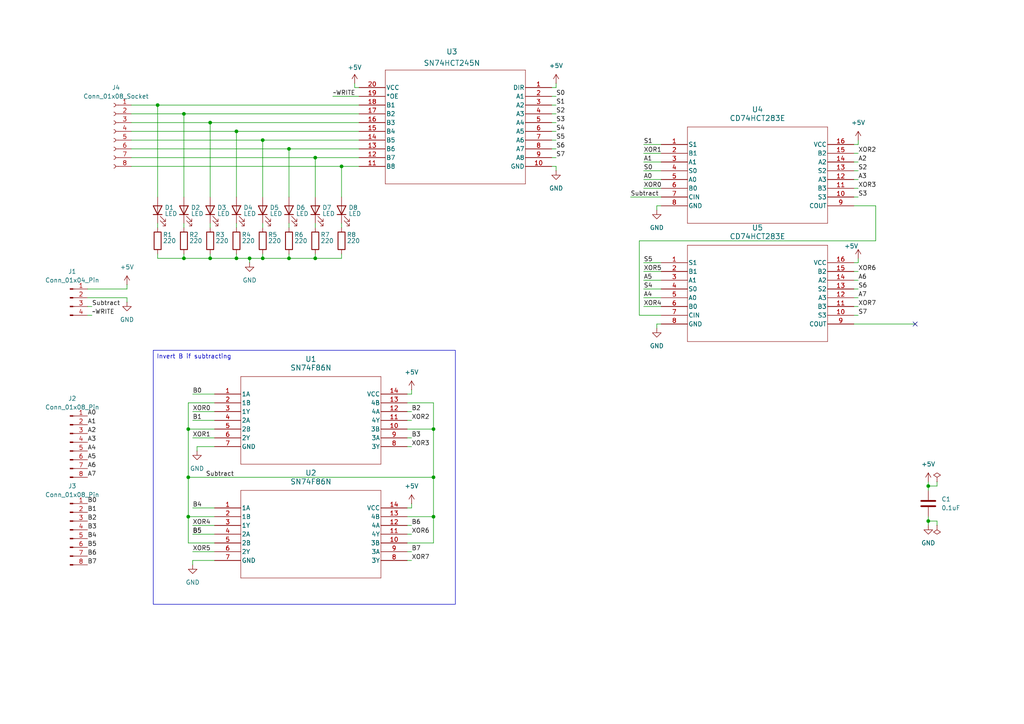
<source format=kicad_sch>
(kicad_sch
	(version 20231120)
	(generator "eeschema")
	(generator_version "8.0")
	(uuid "62101b97-a334-4edf-8cb6-c85e816b5b90")
	(paper "A4")
	(lib_symbols
		(symbol "4bit_full_adder:CD74HCT283E"
			(pin_names
				(offset 0.254)
			)
			(exclude_from_sim no)
			(in_bom yes)
			(on_board yes)
			(property "Reference" "U"
				(at 27.94 10.16 0)
				(effects
					(font
						(size 1.524 1.524)
					)
				)
			)
			(property "Value" "CD74HCT283E"
				(at 27.94 7.62 0)
				(effects
					(font
						(size 1.524 1.524)
					)
				)
			)
			(property "Footprint" "N16"
				(at 0 0 0)
				(effects
					(font
						(size 1.27 1.27)
						(italic yes)
					)
					(hide yes)
				)
			)
			(property "Datasheet" "CD74HCT283E"
				(at 0 0 0)
				(effects
					(font
						(size 1.27 1.27)
						(italic yes)
					)
					(hide yes)
				)
			)
			(property "Description" ""
				(at 0 0 0)
				(effects
					(font
						(size 1.27 1.27)
					)
					(hide yes)
				)
			)
			(property "ki_locked" ""
				(at 0 0 0)
				(effects
					(font
						(size 1.27 1.27)
					)
				)
			)
			(property "ki_keywords" "CD74HCT283E"
				(at 0 0 0)
				(effects
					(font
						(size 1.27 1.27)
					)
					(hide yes)
				)
			)
			(property "ki_fp_filters" "N16"
				(at 0 0 0)
				(effects
					(font
						(size 1.27 1.27)
					)
					(hide yes)
				)
			)
			(symbol "CD74HCT283E_0_1"
				(polyline
					(pts
						(xy 7.62 -22.86) (xy 48.26 -22.86)
					)
					(stroke
						(width 0.127)
						(type default)
					)
					(fill
						(type none)
					)
				)
				(polyline
					(pts
						(xy 7.62 5.08) (xy 7.62 -22.86)
					)
					(stroke
						(width 0.127)
						(type default)
					)
					(fill
						(type none)
					)
				)
				(polyline
					(pts
						(xy 48.26 -22.86) (xy 48.26 5.08)
					)
					(stroke
						(width 0.127)
						(type default)
					)
					(fill
						(type none)
					)
				)
				(polyline
					(pts
						(xy 48.26 5.08) (xy 7.62 5.08)
					)
					(stroke
						(width 0.127)
						(type default)
					)
					(fill
						(type none)
					)
				)
				(pin output line
					(at 0 0 0)
					(length 7.62)
					(name "S1"
						(effects
							(font
								(size 1.27 1.27)
							)
						)
					)
					(number "1"
						(effects
							(font
								(size 1.27 1.27)
							)
						)
					)
				)
				(pin output line
					(at 55.88 -15.24 180)
					(length 7.62)
					(name "S3"
						(effects
							(font
								(size 1.27 1.27)
							)
						)
					)
					(number "10"
						(effects
							(font
								(size 1.27 1.27)
							)
						)
					)
				)
				(pin input line
					(at 55.88 -12.7 180)
					(length 7.62)
					(name "B3"
						(effects
							(font
								(size 1.27 1.27)
							)
						)
					)
					(number "11"
						(effects
							(font
								(size 1.27 1.27)
							)
						)
					)
				)
				(pin input line
					(at 55.88 -10.16 180)
					(length 7.62)
					(name "A3"
						(effects
							(font
								(size 1.27 1.27)
							)
						)
					)
					(number "12"
						(effects
							(font
								(size 1.27 1.27)
							)
						)
					)
				)
				(pin output line
					(at 55.88 -7.62 180)
					(length 7.62)
					(name "S2"
						(effects
							(font
								(size 1.27 1.27)
							)
						)
					)
					(number "13"
						(effects
							(font
								(size 1.27 1.27)
							)
						)
					)
				)
				(pin input line
					(at 55.88 -5.08 180)
					(length 7.62)
					(name "A2"
						(effects
							(font
								(size 1.27 1.27)
							)
						)
					)
					(number "14"
						(effects
							(font
								(size 1.27 1.27)
							)
						)
					)
				)
				(pin input line
					(at 55.88 -2.54 180)
					(length 7.62)
					(name "B2"
						(effects
							(font
								(size 1.27 1.27)
							)
						)
					)
					(number "15"
						(effects
							(font
								(size 1.27 1.27)
							)
						)
					)
				)
				(pin power_in line
					(at 55.88 0 180)
					(length 7.62)
					(name "VCC"
						(effects
							(font
								(size 1.27 1.27)
							)
						)
					)
					(number "16"
						(effects
							(font
								(size 1.27 1.27)
							)
						)
					)
				)
				(pin input line
					(at 0 -2.54 0)
					(length 7.62)
					(name "B1"
						(effects
							(font
								(size 1.27 1.27)
							)
						)
					)
					(number "2"
						(effects
							(font
								(size 1.27 1.27)
							)
						)
					)
				)
				(pin input line
					(at 0 -5.08 0)
					(length 7.62)
					(name "A1"
						(effects
							(font
								(size 1.27 1.27)
							)
						)
					)
					(number "3"
						(effects
							(font
								(size 1.27 1.27)
							)
						)
					)
				)
				(pin output line
					(at 0 -7.62 0)
					(length 7.62)
					(name "S0"
						(effects
							(font
								(size 1.27 1.27)
							)
						)
					)
					(number "4"
						(effects
							(font
								(size 1.27 1.27)
							)
						)
					)
				)
				(pin input line
					(at 0 -10.16 0)
					(length 7.62)
					(name "A0"
						(effects
							(font
								(size 1.27 1.27)
							)
						)
					)
					(number "5"
						(effects
							(font
								(size 1.27 1.27)
							)
						)
					)
				)
				(pin input line
					(at 0 -12.7 0)
					(length 7.62)
					(name "B0"
						(effects
							(font
								(size 1.27 1.27)
							)
						)
					)
					(number "6"
						(effects
							(font
								(size 1.27 1.27)
							)
						)
					)
				)
				(pin input line
					(at 0 -15.24 0)
					(length 7.62)
					(name "CIN"
						(effects
							(font
								(size 1.27 1.27)
							)
						)
					)
					(number "7"
						(effects
							(font
								(size 1.27 1.27)
							)
						)
					)
				)
				(pin power_in line
					(at 0 -17.78 0)
					(length 7.62)
					(name "GND"
						(effects
							(font
								(size 1.27 1.27)
							)
						)
					)
					(number "8"
						(effects
							(font
								(size 1.27 1.27)
							)
						)
					)
				)
				(pin output line
					(at 55.88 -17.78 180)
					(length 7.62)
					(name "COUT"
						(effects
							(font
								(size 1.27 1.27)
							)
						)
					)
					(number "9"
						(effects
							(font
								(size 1.27 1.27)
							)
						)
					)
				)
			)
		)
		(symbol "4x_xor:SN74F86N"
			(pin_names
				(offset 0.254)
			)
			(exclude_from_sim no)
			(in_bom yes)
			(on_board yes)
			(property "Reference" "U"
				(at 27.94 10.16 0)
				(effects
					(font
						(size 1.524 1.524)
					)
				)
			)
			(property "Value" "SN74F86N"
				(at 27.94 7.62 0)
				(effects
					(font
						(size 1.524 1.524)
					)
				)
			)
			(property "Footprint" "N14"
				(at 0 0 0)
				(effects
					(font
						(size 1.27 1.27)
						(italic yes)
					)
					(hide yes)
				)
			)
			(property "Datasheet" "SN74F86N"
				(at 0 0 0)
				(effects
					(font
						(size 1.27 1.27)
						(italic yes)
					)
					(hide yes)
				)
			)
			(property "Description" ""
				(at 0 0 0)
				(effects
					(font
						(size 1.27 1.27)
					)
					(hide yes)
				)
			)
			(property "ki_locked" ""
				(at 0 0 0)
				(effects
					(font
						(size 1.27 1.27)
					)
				)
			)
			(property "ki_keywords" "SN74F86N"
				(at 0 0 0)
				(effects
					(font
						(size 1.27 1.27)
					)
					(hide yes)
				)
			)
			(property "ki_fp_filters" "N14"
				(at 0 0 0)
				(effects
					(font
						(size 1.27 1.27)
					)
					(hide yes)
				)
			)
			(symbol "SN74F86N_0_1"
				(polyline
					(pts
						(xy 7.62 -20.32) (xy 48.26 -20.32)
					)
					(stroke
						(width 0.127)
						(type default)
					)
					(fill
						(type none)
					)
				)
				(polyline
					(pts
						(xy 7.62 5.08) (xy 7.62 -20.32)
					)
					(stroke
						(width 0.127)
						(type default)
					)
					(fill
						(type none)
					)
				)
				(polyline
					(pts
						(xy 48.26 -20.32) (xy 48.26 5.08)
					)
					(stroke
						(width 0.127)
						(type default)
					)
					(fill
						(type none)
					)
				)
				(polyline
					(pts
						(xy 48.26 5.08) (xy 7.62 5.08)
					)
					(stroke
						(width 0.127)
						(type default)
					)
					(fill
						(type none)
					)
				)
				(pin input line
					(at 0 0 0)
					(length 7.62)
					(name "1A"
						(effects
							(font
								(size 1.27 1.27)
							)
						)
					)
					(number "1"
						(effects
							(font
								(size 1.27 1.27)
							)
						)
					)
				)
				(pin input line
					(at 55.88 -10.16 180)
					(length 7.62)
					(name "3B"
						(effects
							(font
								(size 1.27 1.27)
							)
						)
					)
					(number "10"
						(effects
							(font
								(size 1.27 1.27)
							)
						)
					)
				)
				(pin output line
					(at 55.88 -7.62 180)
					(length 7.62)
					(name "4Y"
						(effects
							(font
								(size 1.27 1.27)
							)
						)
					)
					(number "11"
						(effects
							(font
								(size 1.27 1.27)
							)
						)
					)
				)
				(pin input line
					(at 55.88 -5.08 180)
					(length 7.62)
					(name "4A"
						(effects
							(font
								(size 1.27 1.27)
							)
						)
					)
					(number "12"
						(effects
							(font
								(size 1.27 1.27)
							)
						)
					)
				)
				(pin input line
					(at 55.88 -2.54 180)
					(length 7.62)
					(name "4B"
						(effects
							(font
								(size 1.27 1.27)
							)
						)
					)
					(number "13"
						(effects
							(font
								(size 1.27 1.27)
							)
						)
					)
				)
				(pin power_in line
					(at 55.88 0 180)
					(length 7.62)
					(name "VCC"
						(effects
							(font
								(size 1.27 1.27)
							)
						)
					)
					(number "14"
						(effects
							(font
								(size 1.27 1.27)
							)
						)
					)
				)
				(pin input line
					(at 0 -2.54 0)
					(length 7.62)
					(name "1B"
						(effects
							(font
								(size 1.27 1.27)
							)
						)
					)
					(number "2"
						(effects
							(font
								(size 1.27 1.27)
							)
						)
					)
				)
				(pin output line
					(at 0 -5.08 0)
					(length 7.62)
					(name "1Y"
						(effects
							(font
								(size 1.27 1.27)
							)
						)
					)
					(number "3"
						(effects
							(font
								(size 1.27 1.27)
							)
						)
					)
				)
				(pin input line
					(at 0 -7.62 0)
					(length 7.62)
					(name "2A"
						(effects
							(font
								(size 1.27 1.27)
							)
						)
					)
					(number "4"
						(effects
							(font
								(size 1.27 1.27)
							)
						)
					)
				)
				(pin input line
					(at 0 -10.16 0)
					(length 7.62)
					(name "2B"
						(effects
							(font
								(size 1.27 1.27)
							)
						)
					)
					(number "5"
						(effects
							(font
								(size 1.27 1.27)
							)
						)
					)
				)
				(pin output line
					(at 0 -12.7 0)
					(length 7.62)
					(name "2Y"
						(effects
							(font
								(size 1.27 1.27)
							)
						)
					)
					(number "6"
						(effects
							(font
								(size 1.27 1.27)
							)
						)
					)
				)
				(pin power_in line
					(at 0 -15.24 0)
					(length 7.62)
					(name "GND"
						(effects
							(font
								(size 1.27 1.27)
							)
						)
					)
					(number "7"
						(effects
							(font
								(size 1.27 1.27)
							)
						)
					)
				)
				(pin output line
					(at 55.88 -15.24 180)
					(length 7.62)
					(name "3Y"
						(effects
							(font
								(size 1.27 1.27)
							)
						)
					)
					(number "8"
						(effects
							(font
								(size 1.27 1.27)
							)
						)
					)
				)
				(pin input line
					(at 55.88 -12.7 180)
					(length 7.62)
					(name "3A"
						(effects
							(font
								(size 1.27 1.27)
							)
						)
					)
					(number "9"
						(effects
							(font
								(size 1.27 1.27)
							)
						)
					)
				)
			)
		)
		(symbol "8x_tristate_transceiver:SN74HCT245N"
			(pin_names
				(offset 0.254)
			)
			(exclude_from_sim no)
			(in_bom yes)
			(on_board yes)
			(property "Reference" "U"
				(at 27.94 10.16 0)
				(effects
					(font
						(size 1.524 1.524)
					)
				)
			)
			(property "Value" "SN74HCT245N"
				(at 27.94 7.62 0)
				(effects
					(font
						(size 1.524 1.524)
					)
				)
			)
			(property "Footprint" "N20"
				(at 0 0 0)
				(effects
					(font
						(size 1.27 1.27)
						(italic yes)
					)
					(hide yes)
				)
			)
			(property "Datasheet" "SN74HCT245N"
				(at 0 0 0)
				(effects
					(font
						(size 1.27 1.27)
						(italic yes)
					)
					(hide yes)
				)
			)
			(property "Description" ""
				(at 0 0 0)
				(effects
					(font
						(size 1.27 1.27)
					)
					(hide yes)
				)
			)
			(property "ki_locked" ""
				(at 0 0 0)
				(effects
					(font
						(size 1.27 1.27)
					)
				)
			)
			(property "ki_keywords" "SN74HCT245N"
				(at 0 0 0)
				(effects
					(font
						(size 1.27 1.27)
					)
					(hide yes)
				)
			)
			(property "ki_fp_filters" "N20"
				(at 0 0 0)
				(effects
					(font
						(size 1.27 1.27)
					)
					(hide yes)
				)
			)
			(symbol "SN74HCT245N_0_1"
				(polyline
					(pts
						(xy 7.62 -27.94) (xy 48.26 -27.94)
					)
					(stroke
						(width 0.127)
						(type default)
					)
					(fill
						(type none)
					)
				)
				(polyline
					(pts
						(xy 7.62 5.08) (xy 7.62 -27.94)
					)
					(stroke
						(width 0.127)
						(type default)
					)
					(fill
						(type none)
					)
				)
				(polyline
					(pts
						(xy 48.26 -27.94) (xy 48.26 5.08)
					)
					(stroke
						(width 0.127)
						(type default)
					)
					(fill
						(type none)
					)
				)
				(polyline
					(pts
						(xy 48.26 5.08) (xy 7.62 5.08)
					)
					(stroke
						(width 0.127)
						(type default)
					)
					(fill
						(type none)
					)
				)
				(pin input line
					(at 0 0 0)
					(length 7.62)
					(name "DIR"
						(effects
							(font
								(size 1.27 1.27)
							)
						)
					)
					(number "1"
						(effects
							(font
								(size 1.27 1.27)
							)
						)
					)
				)
				(pin power_in line
					(at 0 -22.86 0)
					(length 7.62)
					(name "GND"
						(effects
							(font
								(size 1.27 1.27)
							)
						)
					)
					(number "10"
						(effects
							(font
								(size 1.27 1.27)
							)
						)
					)
				)
				(pin bidirectional line
					(at 55.88 -22.86 180)
					(length 7.62)
					(name "B8"
						(effects
							(font
								(size 1.27 1.27)
							)
						)
					)
					(number "11"
						(effects
							(font
								(size 1.27 1.27)
							)
						)
					)
				)
				(pin bidirectional line
					(at 55.88 -20.32 180)
					(length 7.62)
					(name "B7"
						(effects
							(font
								(size 1.27 1.27)
							)
						)
					)
					(number "12"
						(effects
							(font
								(size 1.27 1.27)
							)
						)
					)
				)
				(pin bidirectional line
					(at 55.88 -17.78 180)
					(length 7.62)
					(name "B6"
						(effects
							(font
								(size 1.27 1.27)
							)
						)
					)
					(number "13"
						(effects
							(font
								(size 1.27 1.27)
							)
						)
					)
				)
				(pin bidirectional line
					(at 55.88 -15.24 180)
					(length 7.62)
					(name "B5"
						(effects
							(font
								(size 1.27 1.27)
							)
						)
					)
					(number "14"
						(effects
							(font
								(size 1.27 1.27)
							)
						)
					)
				)
				(pin bidirectional line
					(at 55.88 -12.7 180)
					(length 7.62)
					(name "B4"
						(effects
							(font
								(size 1.27 1.27)
							)
						)
					)
					(number "15"
						(effects
							(font
								(size 1.27 1.27)
							)
						)
					)
				)
				(pin bidirectional line
					(at 55.88 -10.16 180)
					(length 7.62)
					(name "B3"
						(effects
							(font
								(size 1.27 1.27)
							)
						)
					)
					(number "16"
						(effects
							(font
								(size 1.27 1.27)
							)
						)
					)
				)
				(pin bidirectional line
					(at 55.88 -7.62 180)
					(length 7.62)
					(name "B2"
						(effects
							(font
								(size 1.27 1.27)
							)
						)
					)
					(number "17"
						(effects
							(font
								(size 1.27 1.27)
							)
						)
					)
				)
				(pin bidirectional line
					(at 55.88 -5.08 180)
					(length 7.62)
					(name "B1"
						(effects
							(font
								(size 1.27 1.27)
							)
						)
					)
					(number "18"
						(effects
							(font
								(size 1.27 1.27)
							)
						)
					)
				)
				(pin input line
					(at 55.88 -2.54 180)
					(length 7.62)
					(name "*OE"
						(effects
							(font
								(size 1.27 1.27)
							)
						)
					)
					(number "19"
						(effects
							(font
								(size 1.27 1.27)
							)
						)
					)
				)
				(pin bidirectional line
					(at 0 -2.54 0)
					(length 7.62)
					(name "A1"
						(effects
							(font
								(size 1.27 1.27)
							)
						)
					)
					(number "2"
						(effects
							(font
								(size 1.27 1.27)
							)
						)
					)
				)
				(pin power_in line
					(at 55.88 0 180)
					(length 7.62)
					(name "VCC"
						(effects
							(font
								(size 1.27 1.27)
							)
						)
					)
					(number "20"
						(effects
							(font
								(size 1.27 1.27)
							)
						)
					)
				)
				(pin bidirectional line
					(at 0 -5.08 0)
					(length 7.62)
					(name "A2"
						(effects
							(font
								(size 1.27 1.27)
							)
						)
					)
					(number "3"
						(effects
							(font
								(size 1.27 1.27)
							)
						)
					)
				)
				(pin bidirectional line
					(at 0 -7.62 0)
					(length 7.62)
					(name "A3"
						(effects
							(font
								(size 1.27 1.27)
							)
						)
					)
					(number "4"
						(effects
							(font
								(size 1.27 1.27)
							)
						)
					)
				)
				(pin bidirectional line
					(at 0 -10.16 0)
					(length 7.62)
					(name "A4"
						(effects
							(font
								(size 1.27 1.27)
							)
						)
					)
					(number "5"
						(effects
							(font
								(size 1.27 1.27)
							)
						)
					)
				)
				(pin bidirectional line
					(at 0 -12.7 0)
					(length 7.62)
					(name "A5"
						(effects
							(font
								(size 1.27 1.27)
							)
						)
					)
					(number "6"
						(effects
							(font
								(size 1.27 1.27)
							)
						)
					)
				)
				(pin bidirectional line
					(at 0 -15.24 0)
					(length 7.62)
					(name "A6"
						(effects
							(font
								(size 1.27 1.27)
							)
						)
					)
					(number "7"
						(effects
							(font
								(size 1.27 1.27)
							)
						)
					)
				)
				(pin bidirectional line
					(at 0 -17.78 0)
					(length 7.62)
					(name "A7"
						(effects
							(font
								(size 1.27 1.27)
							)
						)
					)
					(number "8"
						(effects
							(font
								(size 1.27 1.27)
							)
						)
					)
				)
				(pin bidirectional line
					(at 0 -20.32 0)
					(length 7.62)
					(name "A8"
						(effects
							(font
								(size 1.27 1.27)
							)
						)
					)
					(number "9"
						(effects
							(font
								(size 1.27 1.27)
							)
						)
					)
				)
			)
		)
		(symbol "Connector:Conn_01x04_Pin"
			(pin_names
				(offset 1.016) hide)
			(exclude_from_sim no)
			(in_bom yes)
			(on_board yes)
			(property "Reference" "J"
				(at 0 5.08 0)
				(effects
					(font
						(size 1.27 1.27)
					)
				)
			)
			(property "Value" "Conn_01x04_Pin"
				(at 0 -7.62 0)
				(effects
					(font
						(size 1.27 1.27)
					)
				)
			)
			(property "Footprint" ""
				(at 0 0 0)
				(effects
					(font
						(size 1.27 1.27)
					)
					(hide yes)
				)
			)
			(property "Datasheet" "~"
				(at 0 0 0)
				(effects
					(font
						(size 1.27 1.27)
					)
					(hide yes)
				)
			)
			(property "Description" "Generic connector, single row, 01x04, script generated"
				(at 0 0 0)
				(effects
					(font
						(size 1.27 1.27)
					)
					(hide yes)
				)
			)
			(property "ki_locked" ""
				(at 0 0 0)
				(effects
					(font
						(size 1.27 1.27)
					)
				)
			)
			(property "ki_keywords" "connector"
				(at 0 0 0)
				(effects
					(font
						(size 1.27 1.27)
					)
					(hide yes)
				)
			)
			(property "ki_fp_filters" "Connector*:*_1x??_*"
				(at 0 0 0)
				(effects
					(font
						(size 1.27 1.27)
					)
					(hide yes)
				)
			)
			(symbol "Conn_01x04_Pin_1_1"
				(polyline
					(pts
						(xy 1.27 -5.08) (xy 0.8636 -5.08)
					)
					(stroke
						(width 0.1524)
						(type default)
					)
					(fill
						(type none)
					)
				)
				(polyline
					(pts
						(xy 1.27 -2.54) (xy 0.8636 -2.54)
					)
					(stroke
						(width 0.1524)
						(type default)
					)
					(fill
						(type none)
					)
				)
				(polyline
					(pts
						(xy 1.27 0) (xy 0.8636 0)
					)
					(stroke
						(width 0.1524)
						(type default)
					)
					(fill
						(type none)
					)
				)
				(polyline
					(pts
						(xy 1.27 2.54) (xy 0.8636 2.54)
					)
					(stroke
						(width 0.1524)
						(type default)
					)
					(fill
						(type none)
					)
				)
				(rectangle
					(start 0.8636 -4.953)
					(end 0 -5.207)
					(stroke
						(width 0.1524)
						(type default)
					)
					(fill
						(type outline)
					)
				)
				(rectangle
					(start 0.8636 -2.413)
					(end 0 -2.667)
					(stroke
						(width 0.1524)
						(type default)
					)
					(fill
						(type outline)
					)
				)
				(rectangle
					(start 0.8636 0.127)
					(end 0 -0.127)
					(stroke
						(width 0.1524)
						(type default)
					)
					(fill
						(type outline)
					)
				)
				(rectangle
					(start 0.8636 2.667)
					(end 0 2.413)
					(stroke
						(width 0.1524)
						(type default)
					)
					(fill
						(type outline)
					)
				)
				(pin passive line
					(at 5.08 2.54 180)
					(length 3.81)
					(name "Pin_1"
						(effects
							(font
								(size 1.27 1.27)
							)
						)
					)
					(number "1"
						(effects
							(font
								(size 1.27 1.27)
							)
						)
					)
				)
				(pin passive line
					(at 5.08 0 180)
					(length 3.81)
					(name "Pin_2"
						(effects
							(font
								(size 1.27 1.27)
							)
						)
					)
					(number "2"
						(effects
							(font
								(size 1.27 1.27)
							)
						)
					)
				)
				(pin passive line
					(at 5.08 -2.54 180)
					(length 3.81)
					(name "Pin_3"
						(effects
							(font
								(size 1.27 1.27)
							)
						)
					)
					(number "3"
						(effects
							(font
								(size 1.27 1.27)
							)
						)
					)
				)
				(pin passive line
					(at 5.08 -5.08 180)
					(length 3.81)
					(name "Pin_4"
						(effects
							(font
								(size 1.27 1.27)
							)
						)
					)
					(number "4"
						(effects
							(font
								(size 1.27 1.27)
							)
						)
					)
				)
			)
		)
		(symbol "Connector:Conn_01x08_Pin"
			(pin_names
				(offset 1.016) hide)
			(exclude_from_sim no)
			(in_bom yes)
			(on_board yes)
			(property "Reference" "J"
				(at 0 10.16 0)
				(effects
					(font
						(size 1.27 1.27)
					)
				)
			)
			(property "Value" "Conn_01x08_Pin"
				(at 0 -12.7 0)
				(effects
					(font
						(size 1.27 1.27)
					)
				)
			)
			(property "Footprint" ""
				(at 0 0 0)
				(effects
					(font
						(size 1.27 1.27)
					)
					(hide yes)
				)
			)
			(property "Datasheet" "~"
				(at 0 0 0)
				(effects
					(font
						(size 1.27 1.27)
					)
					(hide yes)
				)
			)
			(property "Description" "Generic connector, single row, 01x08, script generated"
				(at 0 0 0)
				(effects
					(font
						(size 1.27 1.27)
					)
					(hide yes)
				)
			)
			(property "ki_locked" ""
				(at 0 0 0)
				(effects
					(font
						(size 1.27 1.27)
					)
				)
			)
			(property "ki_keywords" "connector"
				(at 0 0 0)
				(effects
					(font
						(size 1.27 1.27)
					)
					(hide yes)
				)
			)
			(property "ki_fp_filters" "Connector*:*_1x??_*"
				(at 0 0 0)
				(effects
					(font
						(size 1.27 1.27)
					)
					(hide yes)
				)
			)
			(symbol "Conn_01x08_Pin_1_1"
				(polyline
					(pts
						(xy 1.27 -10.16) (xy 0.8636 -10.16)
					)
					(stroke
						(width 0.1524)
						(type default)
					)
					(fill
						(type none)
					)
				)
				(polyline
					(pts
						(xy 1.27 -7.62) (xy 0.8636 -7.62)
					)
					(stroke
						(width 0.1524)
						(type default)
					)
					(fill
						(type none)
					)
				)
				(polyline
					(pts
						(xy 1.27 -5.08) (xy 0.8636 -5.08)
					)
					(stroke
						(width 0.1524)
						(type default)
					)
					(fill
						(type none)
					)
				)
				(polyline
					(pts
						(xy 1.27 -2.54) (xy 0.8636 -2.54)
					)
					(stroke
						(width 0.1524)
						(type default)
					)
					(fill
						(type none)
					)
				)
				(polyline
					(pts
						(xy 1.27 0) (xy 0.8636 0)
					)
					(stroke
						(width 0.1524)
						(type default)
					)
					(fill
						(type none)
					)
				)
				(polyline
					(pts
						(xy 1.27 2.54) (xy 0.8636 2.54)
					)
					(stroke
						(width 0.1524)
						(type default)
					)
					(fill
						(type none)
					)
				)
				(polyline
					(pts
						(xy 1.27 5.08) (xy 0.8636 5.08)
					)
					(stroke
						(width 0.1524)
						(type default)
					)
					(fill
						(type none)
					)
				)
				(polyline
					(pts
						(xy 1.27 7.62) (xy 0.8636 7.62)
					)
					(stroke
						(width 0.1524)
						(type default)
					)
					(fill
						(type none)
					)
				)
				(rectangle
					(start 0.8636 -10.033)
					(end 0 -10.287)
					(stroke
						(width 0.1524)
						(type default)
					)
					(fill
						(type outline)
					)
				)
				(rectangle
					(start 0.8636 -7.493)
					(end 0 -7.747)
					(stroke
						(width 0.1524)
						(type default)
					)
					(fill
						(type outline)
					)
				)
				(rectangle
					(start 0.8636 -4.953)
					(end 0 -5.207)
					(stroke
						(width 0.1524)
						(type default)
					)
					(fill
						(type outline)
					)
				)
				(rectangle
					(start 0.8636 -2.413)
					(end 0 -2.667)
					(stroke
						(width 0.1524)
						(type default)
					)
					(fill
						(type outline)
					)
				)
				(rectangle
					(start 0.8636 0.127)
					(end 0 -0.127)
					(stroke
						(width 0.1524)
						(type default)
					)
					(fill
						(type outline)
					)
				)
				(rectangle
					(start 0.8636 2.667)
					(end 0 2.413)
					(stroke
						(width 0.1524)
						(type default)
					)
					(fill
						(type outline)
					)
				)
				(rectangle
					(start 0.8636 5.207)
					(end 0 4.953)
					(stroke
						(width 0.1524)
						(type default)
					)
					(fill
						(type outline)
					)
				)
				(rectangle
					(start 0.8636 7.747)
					(end 0 7.493)
					(stroke
						(width 0.1524)
						(type default)
					)
					(fill
						(type outline)
					)
				)
				(pin passive line
					(at 5.08 7.62 180)
					(length 3.81)
					(name "Pin_1"
						(effects
							(font
								(size 1.27 1.27)
							)
						)
					)
					(number "1"
						(effects
							(font
								(size 1.27 1.27)
							)
						)
					)
				)
				(pin passive line
					(at 5.08 5.08 180)
					(length 3.81)
					(name "Pin_2"
						(effects
							(font
								(size 1.27 1.27)
							)
						)
					)
					(number "2"
						(effects
							(font
								(size 1.27 1.27)
							)
						)
					)
				)
				(pin passive line
					(at 5.08 2.54 180)
					(length 3.81)
					(name "Pin_3"
						(effects
							(font
								(size 1.27 1.27)
							)
						)
					)
					(number "3"
						(effects
							(font
								(size 1.27 1.27)
							)
						)
					)
				)
				(pin passive line
					(at 5.08 0 180)
					(length 3.81)
					(name "Pin_4"
						(effects
							(font
								(size 1.27 1.27)
							)
						)
					)
					(number "4"
						(effects
							(font
								(size 1.27 1.27)
							)
						)
					)
				)
				(pin passive line
					(at 5.08 -2.54 180)
					(length 3.81)
					(name "Pin_5"
						(effects
							(font
								(size 1.27 1.27)
							)
						)
					)
					(number "5"
						(effects
							(font
								(size 1.27 1.27)
							)
						)
					)
				)
				(pin passive line
					(at 5.08 -5.08 180)
					(length 3.81)
					(name "Pin_6"
						(effects
							(font
								(size 1.27 1.27)
							)
						)
					)
					(number "6"
						(effects
							(font
								(size 1.27 1.27)
							)
						)
					)
				)
				(pin passive line
					(at 5.08 -7.62 180)
					(length 3.81)
					(name "Pin_7"
						(effects
							(font
								(size 1.27 1.27)
							)
						)
					)
					(number "7"
						(effects
							(font
								(size 1.27 1.27)
							)
						)
					)
				)
				(pin passive line
					(at 5.08 -10.16 180)
					(length 3.81)
					(name "Pin_8"
						(effects
							(font
								(size 1.27 1.27)
							)
						)
					)
					(number "8"
						(effects
							(font
								(size 1.27 1.27)
							)
						)
					)
				)
			)
		)
		(symbol "Connector:Conn_01x08_Socket"
			(pin_names
				(offset 1.016) hide)
			(exclude_from_sim no)
			(in_bom yes)
			(on_board yes)
			(property "Reference" "J"
				(at 0 10.16 0)
				(effects
					(font
						(size 1.27 1.27)
					)
				)
			)
			(property "Value" "Conn_01x08_Socket"
				(at 0 -12.7 0)
				(effects
					(font
						(size 1.27 1.27)
					)
				)
			)
			(property "Footprint" ""
				(at 0 0 0)
				(effects
					(font
						(size 1.27 1.27)
					)
					(hide yes)
				)
			)
			(property "Datasheet" "~"
				(at 0 0 0)
				(effects
					(font
						(size 1.27 1.27)
					)
					(hide yes)
				)
			)
			(property "Description" "Generic connector, single row, 01x08, script generated"
				(at 0 0 0)
				(effects
					(font
						(size 1.27 1.27)
					)
					(hide yes)
				)
			)
			(property "ki_locked" ""
				(at 0 0 0)
				(effects
					(font
						(size 1.27 1.27)
					)
				)
			)
			(property "ki_keywords" "connector"
				(at 0 0 0)
				(effects
					(font
						(size 1.27 1.27)
					)
					(hide yes)
				)
			)
			(property "ki_fp_filters" "Connector*:*_1x??_*"
				(at 0 0 0)
				(effects
					(font
						(size 1.27 1.27)
					)
					(hide yes)
				)
			)
			(symbol "Conn_01x08_Socket_1_1"
				(arc
					(start 0 -9.652)
					(mid -0.5058 -10.16)
					(end 0 -10.668)
					(stroke
						(width 0.1524)
						(type default)
					)
					(fill
						(type none)
					)
				)
				(arc
					(start 0 -7.112)
					(mid -0.5058 -7.62)
					(end 0 -8.128)
					(stroke
						(width 0.1524)
						(type default)
					)
					(fill
						(type none)
					)
				)
				(arc
					(start 0 -4.572)
					(mid -0.5058 -5.08)
					(end 0 -5.588)
					(stroke
						(width 0.1524)
						(type default)
					)
					(fill
						(type none)
					)
				)
				(arc
					(start 0 -2.032)
					(mid -0.5058 -2.54)
					(end 0 -3.048)
					(stroke
						(width 0.1524)
						(type default)
					)
					(fill
						(type none)
					)
				)
				(polyline
					(pts
						(xy -1.27 -10.16) (xy -0.508 -10.16)
					)
					(stroke
						(width 0.1524)
						(type default)
					)
					(fill
						(type none)
					)
				)
				(polyline
					(pts
						(xy -1.27 -7.62) (xy -0.508 -7.62)
					)
					(stroke
						(width 0.1524)
						(type default)
					)
					(fill
						(type none)
					)
				)
				(polyline
					(pts
						(xy -1.27 -5.08) (xy -0.508 -5.08)
					)
					(stroke
						(width 0.1524)
						(type default)
					)
					(fill
						(type none)
					)
				)
				(polyline
					(pts
						(xy -1.27 -2.54) (xy -0.508 -2.54)
					)
					(stroke
						(width 0.1524)
						(type default)
					)
					(fill
						(type none)
					)
				)
				(polyline
					(pts
						(xy -1.27 0) (xy -0.508 0)
					)
					(stroke
						(width 0.1524)
						(type default)
					)
					(fill
						(type none)
					)
				)
				(polyline
					(pts
						(xy -1.27 2.54) (xy -0.508 2.54)
					)
					(stroke
						(width 0.1524)
						(type default)
					)
					(fill
						(type none)
					)
				)
				(polyline
					(pts
						(xy -1.27 5.08) (xy -0.508 5.08)
					)
					(stroke
						(width 0.1524)
						(type default)
					)
					(fill
						(type none)
					)
				)
				(polyline
					(pts
						(xy -1.27 7.62) (xy -0.508 7.62)
					)
					(stroke
						(width 0.1524)
						(type default)
					)
					(fill
						(type none)
					)
				)
				(arc
					(start 0 0.508)
					(mid -0.5058 0)
					(end 0 -0.508)
					(stroke
						(width 0.1524)
						(type default)
					)
					(fill
						(type none)
					)
				)
				(arc
					(start 0 3.048)
					(mid -0.5058 2.54)
					(end 0 2.032)
					(stroke
						(width 0.1524)
						(type default)
					)
					(fill
						(type none)
					)
				)
				(arc
					(start 0 5.588)
					(mid -0.5058 5.08)
					(end 0 4.572)
					(stroke
						(width 0.1524)
						(type default)
					)
					(fill
						(type none)
					)
				)
				(arc
					(start 0 8.128)
					(mid -0.5058 7.62)
					(end 0 7.112)
					(stroke
						(width 0.1524)
						(type default)
					)
					(fill
						(type none)
					)
				)
				(pin passive line
					(at -5.08 7.62 0)
					(length 3.81)
					(name "Pin_1"
						(effects
							(font
								(size 1.27 1.27)
							)
						)
					)
					(number "1"
						(effects
							(font
								(size 1.27 1.27)
							)
						)
					)
				)
				(pin passive line
					(at -5.08 5.08 0)
					(length 3.81)
					(name "Pin_2"
						(effects
							(font
								(size 1.27 1.27)
							)
						)
					)
					(number "2"
						(effects
							(font
								(size 1.27 1.27)
							)
						)
					)
				)
				(pin passive line
					(at -5.08 2.54 0)
					(length 3.81)
					(name "Pin_3"
						(effects
							(font
								(size 1.27 1.27)
							)
						)
					)
					(number "3"
						(effects
							(font
								(size 1.27 1.27)
							)
						)
					)
				)
				(pin passive line
					(at -5.08 0 0)
					(length 3.81)
					(name "Pin_4"
						(effects
							(font
								(size 1.27 1.27)
							)
						)
					)
					(number "4"
						(effects
							(font
								(size 1.27 1.27)
							)
						)
					)
				)
				(pin passive line
					(at -5.08 -2.54 0)
					(length 3.81)
					(name "Pin_5"
						(effects
							(font
								(size 1.27 1.27)
							)
						)
					)
					(number "5"
						(effects
							(font
								(size 1.27 1.27)
							)
						)
					)
				)
				(pin passive line
					(at -5.08 -5.08 0)
					(length 3.81)
					(name "Pin_6"
						(effects
							(font
								(size 1.27 1.27)
							)
						)
					)
					(number "6"
						(effects
							(font
								(size 1.27 1.27)
							)
						)
					)
				)
				(pin passive line
					(at -5.08 -7.62 0)
					(length 3.81)
					(name "Pin_7"
						(effects
							(font
								(size 1.27 1.27)
							)
						)
					)
					(number "7"
						(effects
							(font
								(size 1.27 1.27)
							)
						)
					)
				)
				(pin passive line
					(at -5.08 -10.16 0)
					(length 3.81)
					(name "Pin_8"
						(effects
							(font
								(size 1.27 1.27)
							)
						)
					)
					(number "8"
						(effects
							(font
								(size 1.27 1.27)
							)
						)
					)
				)
			)
		)
		(symbol "Device:C"
			(pin_numbers hide)
			(pin_names
				(offset 0.254)
			)
			(exclude_from_sim no)
			(in_bom yes)
			(on_board yes)
			(property "Reference" "C"
				(at 0.635 2.54 0)
				(effects
					(font
						(size 1.27 1.27)
					)
					(justify left)
				)
			)
			(property "Value" "C"
				(at 0.635 -2.54 0)
				(effects
					(font
						(size 1.27 1.27)
					)
					(justify left)
				)
			)
			(property "Footprint" ""
				(at 0.9652 -3.81 0)
				(effects
					(font
						(size 1.27 1.27)
					)
					(hide yes)
				)
			)
			(property "Datasheet" "~"
				(at 0 0 0)
				(effects
					(font
						(size 1.27 1.27)
					)
					(hide yes)
				)
			)
			(property "Description" "Unpolarized capacitor"
				(at 0 0 0)
				(effects
					(font
						(size 1.27 1.27)
					)
					(hide yes)
				)
			)
			(property "ki_keywords" "cap capacitor"
				(at 0 0 0)
				(effects
					(font
						(size 1.27 1.27)
					)
					(hide yes)
				)
			)
			(property "ki_fp_filters" "C_*"
				(at 0 0 0)
				(effects
					(font
						(size 1.27 1.27)
					)
					(hide yes)
				)
			)
			(symbol "C_0_1"
				(polyline
					(pts
						(xy -2.032 -0.762) (xy 2.032 -0.762)
					)
					(stroke
						(width 0.508)
						(type default)
					)
					(fill
						(type none)
					)
				)
				(polyline
					(pts
						(xy -2.032 0.762) (xy 2.032 0.762)
					)
					(stroke
						(width 0.508)
						(type default)
					)
					(fill
						(type none)
					)
				)
			)
			(symbol "C_1_1"
				(pin passive line
					(at 0 3.81 270)
					(length 2.794)
					(name "~"
						(effects
							(font
								(size 1.27 1.27)
							)
						)
					)
					(number "1"
						(effects
							(font
								(size 1.27 1.27)
							)
						)
					)
				)
				(pin passive line
					(at 0 -3.81 90)
					(length 2.794)
					(name "~"
						(effects
							(font
								(size 1.27 1.27)
							)
						)
					)
					(number "2"
						(effects
							(font
								(size 1.27 1.27)
							)
						)
					)
				)
			)
		)
		(symbol "Device:LED"
			(pin_numbers hide)
			(pin_names
				(offset 1.016) hide)
			(exclude_from_sim no)
			(in_bom yes)
			(on_board yes)
			(property "Reference" "D"
				(at 0 2.54 0)
				(effects
					(font
						(size 1.27 1.27)
					)
				)
			)
			(property "Value" "LED"
				(at 0 -2.54 0)
				(effects
					(font
						(size 1.27 1.27)
					)
				)
			)
			(property "Footprint" ""
				(at 0 0 0)
				(effects
					(font
						(size 1.27 1.27)
					)
					(hide yes)
				)
			)
			(property "Datasheet" "~"
				(at 0 0 0)
				(effects
					(font
						(size 1.27 1.27)
					)
					(hide yes)
				)
			)
			(property "Description" "Light emitting diode"
				(at 0 0 0)
				(effects
					(font
						(size 1.27 1.27)
					)
					(hide yes)
				)
			)
			(property "ki_keywords" "LED diode"
				(at 0 0 0)
				(effects
					(font
						(size 1.27 1.27)
					)
					(hide yes)
				)
			)
			(property "ki_fp_filters" "LED* LED_SMD:* LED_THT:*"
				(at 0 0 0)
				(effects
					(font
						(size 1.27 1.27)
					)
					(hide yes)
				)
			)
			(symbol "LED_0_1"
				(polyline
					(pts
						(xy -1.27 -1.27) (xy -1.27 1.27)
					)
					(stroke
						(width 0.254)
						(type default)
					)
					(fill
						(type none)
					)
				)
				(polyline
					(pts
						(xy -1.27 0) (xy 1.27 0)
					)
					(stroke
						(width 0)
						(type default)
					)
					(fill
						(type none)
					)
				)
				(polyline
					(pts
						(xy 1.27 -1.27) (xy 1.27 1.27) (xy -1.27 0) (xy 1.27 -1.27)
					)
					(stroke
						(width 0.254)
						(type default)
					)
					(fill
						(type none)
					)
				)
				(polyline
					(pts
						(xy -3.048 -0.762) (xy -4.572 -2.286) (xy -3.81 -2.286) (xy -4.572 -2.286) (xy -4.572 -1.524)
					)
					(stroke
						(width 0)
						(type default)
					)
					(fill
						(type none)
					)
				)
				(polyline
					(pts
						(xy -1.778 -0.762) (xy -3.302 -2.286) (xy -2.54 -2.286) (xy -3.302 -2.286) (xy -3.302 -1.524)
					)
					(stroke
						(width 0)
						(type default)
					)
					(fill
						(type none)
					)
				)
			)
			(symbol "LED_1_1"
				(pin passive line
					(at -3.81 0 0)
					(length 2.54)
					(name "K"
						(effects
							(font
								(size 1.27 1.27)
							)
						)
					)
					(number "1"
						(effects
							(font
								(size 1.27 1.27)
							)
						)
					)
				)
				(pin passive line
					(at 3.81 0 180)
					(length 2.54)
					(name "A"
						(effects
							(font
								(size 1.27 1.27)
							)
						)
					)
					(number "2"
						(effects
							(font
								(size 1.27 1.27)
							)
						)
					)
				)
			)
		)
		(symbol "Device:R"
			(pin_numbers hide)
			(pin_names
				(offset 0)
			)
			(exclude_from_sim no)
			(in_bom yes)
			(on_board yes)
			(property "Reference" "R"
				(at 2.032 0 90)
				(effects
					(font
						(size 1.27 1.27)
					)
				)
			)
			(property "Value" "R"
				(at 0 0 90)
				(effects
					(font
						(size 1.27 1.27)
					)
				)
			)
			(property "Footprint" ""
				(at -1.778 0 90)
				(effects
					(font
						(size 1.27 1.27)
					)
					(hide yes)
				)
			)
			(property "Datasheet" "~"
				(at 0 0 0)
				(effects
					(font
						(size 1.27 1.27)
					)
					(hide yes)
				)
			)
			(property "Description" "Resistor"
				(at 0 0 0)
				(effects
					(font
						(size 1.27 1.27)
					)
					(hide yes)
				)
			)
			(property "ki_keywords" "R res resistor"
				(at 0 0 0)
				(effects
					(font
						(size 1.27 1.27)
					)
					(hide yes)
				)
			)
			(property "ki_fp_filters" "R_*"
				(at 0 0 0)
				(effects
					(font
						(size 1.27 1.27)
					)
					(hide yes)
				)
			)
			(symbol "R_0_1"
				(rectangle
					(start -1.016 -2.54)
					(end 1.016 2.54)
					(stroke
						(width 0.254)
						(type default)
					)
					(fill
						(type none)
					)
				)
			)
			(symbol "R_1_1"
				(pin passive line
					(at 0 3.81 270)
					(length 1.27)
					(name "~"
						(effects
							(font
								(size 1.27 1.27)
							)
						)
					)
					(number "1"
						(effects
							(font
								(size 1.27 1.27)
							)
						)
					)
				)
				(pin passive line
					(at 0 -3.81 90)
					(length 1.27)
					(name "~"
						(effects
							(font
								(size 1.27 1.27)
							)
						)
					)
					(number "2"
						(effects
							(font
								(size 1.27 1.27)
							)
						)
					)
				)
			)
		)
		(symbol "power:+5V"
			(power)
			(pin_numbers hide)
			(pin_names
				(offset 0) hide)
			(exclude_from_sim no)
			(in_bom yes)
			(on_board yes)
			(property "Reference" "#PWR"
				(at 0 -3.81 0)
				(effects
					(font
						(size 1.27 1.27)
					)
					(hide yes)
				)
			)
			(property "Value" "+5V"
				(at 0 3.556 0)
				(effects
					(font
						(size 1.27 1.27)
					)
				)
			)
			(property "Footprint" ""
				(at 0 0 0)
				(effects
					(font
						(size 1.27 1.27)
					)
					(hide yes)
				)
			)
			(property "Datasheet" ""
				(at 0 0 0)
				(effects
					(font
						(size 1.27 1.27)
					)
					(hide yes)
				)
			)
			(property "Description" "Power symbol creates a global label with name \"+5V\""
				(at 0 0 0)
				(effects
					(font
						(size 1.27 1.27)
					)
					(hide yes)
				)
			)
			(property "ki_keywords" "global power"
				(at 0 0 0)
				(effects
					(font
						(size 1.27 1.27)
					)
					(hide yes)
				)
			)
			(symbol "+5V_0_1"
				(polyline
					(pts
						(xy -0.762 1.27) (xy 0 2.54)
					)
					(stroke
						(width 0)
						(type default)
					)
					(fill
						(type none)
					)
				)
				(polyline
					(pts
						(xy 0 0) (xy 0 2.54)
					)
					(stroke
						(width 0)
						(type default)
					)
					(fill
						(type none)
					)
				)
				(polyline
					(pts
						(xy 0 2.54) (xy 0.762 1.27)
					)
					(stroke
						(width 0)
						(type default)
					)
					(fill
						(type none)
					)
				)
			)
			(symbol "+5V_1_1"
				(pin power_in line
					(at 0 0 90)
					(length 0)
					(name "~"
						(effects
							(font
								(size 1.27 1.27)
							)
						)
					)
					(number "1"
						(effects
							(font
								(size 1.27 1.27)
							)
						)
					)
				)
			)
		)
		(symbol "power:GND"
			(power)
			(pin_numbers hide)
			(pin_names
				(offset 0) hide)
			(exclude_from_sim no)
			(in_bom yes)
			(on_board yes)
			(property "Reference" "#PWR"
				(at 0 -6.35 0)
				(effects
					(font
						(size 1.27 1.27)
					)
					(hide yes)
				)
			)
			(property "Value" "GND"
				(at 0 -3.81 0)
				(effects
					(font
						(size 1.27 1.27)
					)
				)
			)
			(property "Footprint" ""
				(at 0 0 0)
				(effects
					(font
						(size 1.27 1.27)
					)
					(hide yes)
				)
			)
			(property "Datasheet" ""
				(at 0 0 0)
				(effects
					(font
						(size 1.27 1.27)
					)
					(hide yes)
				)
			)
			(property "Description" "Power symbol creates a global label with name \"GND\" , ground"
				(at 0 0 0)
				(effects
					(font
						(size 1.27 1.27)
					)
					(hide yes)
				)
			)
			(property "ki_keywords" "global power"
				(at 0 0 0)
				(effects
					(font
						(size 1.27 1.27)
					)
					(hide yes)
				)
			)
			(symbol "GND_0_1"
				(polyline
					(pts
						(xy 0 0) (xy 0 -1.27) (xy 1.27 -1.27) (xy 0 -2.54) (xy -1.27 -1.27) (xy 0 -1.27)
					)
					(stroke
						(width 0)
						(type default)
					)
					(fill
						(type none)
					)
				)
			)
			(symbol "GND_1_1"
				(pin power_in line
					(at 0 0 270)
					(length 0)
					(name "~"
						(effects
							(font
								(size 1.27 1.27)
							)
						)
					)
					(number "1"
						(effects
							(font
								(size 1.27 1.27)
							)
						)
					)
				)
			)
		)
		(symbol "power:PWR_FLAG"
			(power)
			(pin_numbers hide)
			(pin_names
				(offset 0) hide)
			(exclude_from_sim no)
			(in_bom yes)
			(on_board yes)
			(property "Reference" "#FLG"
				(at 0 1.905 0)
				(effects
					(font
						(size 1.27 1.27)
					)
					(hide yes)
				)
			)
			(property "Value" "PWR_FLAG"
				(at 0 3.81 0)
				(effects
					(font
						(size 1.27 1.27)
					)
				)
			)
			(property "Footprint" ""
				(at 0 0 0)
				(effects
					(font
						(size 1.27 1.27)
					)
					(hide yes)
				)
			)
			(property "Datasheet" "~"
				(at 0 0 0)
				(effects
					(font
						(size 1.27 1.27)
					)
					(hide yes)
				)
			)
			(property "Description" "Special symbol for telling ERC where power comes from"
				(at 0 0 0)
				(effects
					(font
						(size 1.27 1.27)
					)
					(hide yes)
				)
			)
			(property "ki_keywords" "flag power"
				(at 0 0 0)
				(effects
					(font
						(size 1.27 1.27)
					)
					(hide yes)
				)
			)
			(symbol "PWR_FLAG_0_0"
				(pin power_out line
					(at 0 0 90)
					(length 0)
					(name "~"
						(effects
							(font
								(size 1.27 1.27)
							)
						)
					)
					(number "1"
						(effects
							(font
								(size 1.27 1.27)
							)
						)
					)
				)
			)
			(symbol "PWR_FLAG_0_1"
				(polyline
					(pts
						(xy 0 0) (xy 0 1.27) (xy -1.016 1.905) (xy 0 2.54) (xy 1.016 1.905) (xy 0 1.27)
					)
					(stroke
						(width 0)
						(type default)
					)
					(fill
						(type none)
					)
				)
			)
		)
	)
	(junction
		(at 60.96 74.93)
		(diameter 0)
		(color 0 0 0 0)
		(uuid "048202b1-f8f6-4990-8239-d68b800452a2")
	)
	(junction
		(at 68.58 38.1)
		(diameter 0)
		(color 0 0 0 0)
		(uuid "062ab621-4dbc-4869-9e6a-de1a899fcdd9")
	)
	(junction
		(at 54.61 149.86)
		(diameter 0)
		(color 0 0 0 0)
		(uuid "0a7a97a6-8f9b-4d90-bfb9-d450bf91c926")
	)
	(junction
		(at 125.73 149.86)
		(diameter 0)
		(color 0 0 0 0)
		(uuid "0b160286-64e3-404d-abf4-2f657e38c398")
	)
	(junction
		(at 76.2 40.64)
		(diameter 0)
		(color 0 0 0 0)
		(uuid "15694a67-d6e9-407b-b176-6e051ae45283")
	)
	(junction
		(at 91.44 74.93)
		(diameter 0)
		(color 0 0 0 0)
		(uuid "20b96fb3-46c3-44ab-9e95-d1512ae4d57c")
	)
	(junction
		(at 53.34 33.02)
		(diameter 0)
		(color 0 0 0 0)
		(uuid "32e55b85-099b-40a4-98ec-11258f1aa865")
	)
	(junction
		(at 269.24 140.97)
		(diameter 0)
		(color 0 0 0 0)
		(uuid "46c4c912-99a1-4c35-88e1-f1beafbf2821")
	)
	(junction
		(at 54.61 138.43)
		(diameter 0)
		(color 0 0 0 0)
		(uuid "4e183802-aea5-42ac-bc7e-b17c854c59b1")
	)
	(junction
		(at 125.73 124.46)
		(diameter 0)
		(color 0 0 0 0)
		(uuid "5aee3545-1f0f-4f8f-9b50-4be2c1d05ce0")
	)
	(junction
		(at 54.61 124.46)
		(diameter 0)
		(color 0 0 0 0)
		(uuid "5c1816de-a814-473a-84fc-2488763ab092")
	)
	(junction
		(at 269.24 151.13)
		(diameter 0)
		(color 0 0 0 0)
		(uuid "5f1e7b91-5cf0-4ee0-9f7c-c532402280cb")
	)
	(junction
		(at 83.82 74.93)
		(diameter 0)
		(color 0 0 0 0)
		(uuid "73d8ab21-1f91-48e3-912b-5b4a0f4284b2")
	)
	(junction
		(at 125.73 138.43)
		(diameter 0)
		(color 0 0 0 0)
		(uuid "7c67a3de-5a10-4d7e-99cb-1e5339bdb5db")
	)
	(junction
		(at 76.2 74.93)
		(diameter 0)
		(color 0 0 0 0)
		(uuid "7ccf76ac-805f-4dec-86d7-3f7c7fd5272d")
	)
	(junction
		(at 60.96 35.56)
		(diameter 0)
		(color 0 0 0 0)
		(uuid "85187f73-a6b1-4457-826e-0f4dbe3e846b")
	)
	(junction
		(at 68.58 74.93)
		(diameter 0)
		(color 0 0 0 0)
		(uuid "860210b9-bad2-4a8f-ad26-c9bbbb91f2b7")
	)
	(junction
		(at 53.34 74.93)
		(diameter 0)
		(color 0 0 0 0)
		(uuid "ad297e79-6a53-4994-bf4b-677b83c01821")
	)
	(junction
		(at 99.06 48.26)
		(diameter 0)
		(color 0 0 0 0)
		(uuid "b45f8b94-f05f-48e2-b35d-73c32d7248d9")
	)
	(junction
		(at 83.82 43.18)
		(diameter 0)
		(color 0 0 0 0)
		(uuid "bf9811d4-9750-41f5-aafd-1cc593816f5b")
	)
	(junction
		(at 45.72 30.48)
		(diameter 0)
		(color 0 0 0 0)
		(uuid "d95770c3-481d-4f5c-a712-679e965273d5")
	)
	(junction
		(at 91.44 45.72)
		(diameter 0)
		(color 0 0 0 0)
		(uuid "f05c27fa-cf14-48b2-9cba-d1ca206f6580")
	)
	(junction
		(at 72.39 74.93)
		(diameter 0)
		(color 0 0 0 0)
		(uuid "f4acf987-c9db-4449-aadb-40e28ddc619e")
	)
	(no_connect
		(at 265.43 93.98)
		(uuid "97e2f20c-66a7-412d-acb5-9216977ef4ca")
	)
	(wire
		(pts
			(xy 269.24 139.7) (xy 269.24 140.97)
		)
		(stroke
			(width 0)
			(type default)
		)
		(uuid "03a4dd9b-8158-4e81-a4c9-b47c9457856c")
	)
	(wire
		(pts
			(xy 269.24 140.97) (xy 269.24 142.24)
		)
		(stroke
			(width 0)
			(type default)
		)
		(uuid "03e300bd-80b3-475b-8210-db999176fd32")
	)
	(wire
		(pts
			(xy 55.88 162.56) (xy 62.23 162.56)
		)
		(stroke
			(width 0)
			(type default)
		)
		(uuid "03e6f920-8a46-4873-a9b3-9283d0608a9e")
	)
	(wire
		(pts
			(xy 271.78 139.7) (xy 271.78 140.97)
		)
		(stroke
			(width 0)
			(type default)
		)
		(uuid "048c6790-411f-4bbe-8222-d1e87d9d0946")
	)
	(wire
		(pts
			(xy 186.69 44.45) (xy 191.77 44.45)
		)
		(stroke
			(width 0)
			(type default)
		)
		(uuid "04c2c091-7239-4c01-a8ef-a88b099fe5bf")
	)
	(wire
		(pts
			(xy 125.73 138.43) (xy 125.73 149.86)
		)
		(stroke
			(width 0)
			(type default)
		)
		(uuid "05976ed3-0528-4dcf-b3f8-5f027f6a7d64")
	)
	(wire
		(pts
			(xy 53.34 33.02) (xy 104.14 33.02)
		)
		(stroke
			(width 0)
			(type default)
		)
		(uuid "08a4ef47-b8e5-485a-8f88-bf8455497b97")
	)
	(wire
		(pts
			(xy 102.87 25.4) (xy 102.87 24.13)
		)
		(stroke
			(width 0)
			(type default)
		)
		(uuid "0f2f64b8-7c21-42df-bc4f-2244fdaf6728")
	)
	(wire
		(pts
			(xy 68.58 38.1) (xy 68.58 57.15)
		)
		(stroke
			(width 0)
			(type default)
		)
		(uuid "0f8e2f31-3941-43c8-b9c5-6d3387fa7148")
	)
	(wire
		(pts
			(xy 247.65 49.53) (xy 248.92 49.53)
		)
		(stroke
			(width 0)
			(type default)
		)
		(uuid "0fd61e30-0668-4a84-9cc4-278f61839bab")
	)
	(wire
		(pts
			(xy 99.06 74.93) (xy 99.06 73.66)
		)
		(stroke
			(width 0)
			(type default)
		)
		(uuid "1221022d-ccb1-44c1-aed0-063ef0718f73")
	)
	(wire
		(pts
			(xy 248.92 74.93) (xy 248.92 76.2)
		)
		(stroke
			(width 0)
			(type default)
		)
		(uuid "124fa8e5-5303-497d-84ab-d90766ce4a17")
	)
	(wire
		(pts
			(xy 68.58 73.66) (xy 68.58 74.93)
		)
		(stroke
			(width 0)
			(type default)
		)
		(uuid "14074f6f-66c8-4253-b6bb-4c8ece3a7411")
	)
	(wire
		(pts
			(xy 57.15 129.54) (xy 62.23 129.54)
		)
		(stroke
			(width 0)
			(type default)
		)
		(uuid "177bbfe4-c903-4174-ab0a-6e516e772ddb")
	)
	(wire
		(pts
			(xy 186.69 54.61) (xy 191.77 54.61)
		)
		(stroke
			(width 0)
			(type default)
		)
		(uuid "178ab1dc-e806-4d9b-abf9-b4c26d131fd5")
	)
	(wire
		(pts
			(xy 118.11 154.94) (xy 119.38 154.94)
		)
		(stroke
			(width 0)
			(type default)
		)
		(uuid "1ac24dd5-e314-4e23-a166-9ba68364a98d")
	)
	(wire
		(pts
			(xy 54.61 149.86) (xy 62.23 149.86)
		)
		(stroke
			(width 0)
			(type default)
		)
		(uuid "1b5b2855-1e13-40c0-aaa4-874bc4d43abd")
	)
	(wire
		(pts
			(xy 55.88 147.32) (xy 62.23 147.32)
		)
		(stroke
			(width 0)
			(type default)
		)
		(uuid "1ccb6bf1-8184-4633-a802-c833ea6d87a8")
	)
	(wire
		(pts
			(xy 248.92 41.91) (xy 247.65 41.91)
		)
		(stroke
			(width 0)
			(type default)
		)
		(uuid "20dde039-dea8-4c84-b85e-64cb4e894034")
	)
	(wire
		(pts
			(xy 57.15 129.54) (xy 57.15 130.81)
		)
		(stroke
			(width 0)
			(type default)
		)
		(uuid "24e46275-ef9c-498e-96fe-fdf6dd9910c6")
	)
	(wire
		(pts
			(xy 160.02 30.48) (xy 161.29 30.48)
		)
		(stroke
			(width 0)
			(type default)
		)
		(uuid "25b494cf-2ef9-43ba-a2b2-58e25a860efd")
	)
	(wire
		(pts
			(xy 271.78 140.97) (xy 269.24 140.97)
		)
		(stroke
			(width 0)
			(type default)
		)
		(uuid "28c64f0f-0ee4-4bf3-b4c0-cab0681026bb")
	)
	(wire
		(pts
			(xy 190.5 59.69) (xy 190.5 60.96)
		)
		(stroke
			(width 0)
			(type default)
		)
		(uuid "2977af60-40db-4b34-8f0f-2f2c4ec2ff66")
	)
	(wire
		(pts
			(xy 248.92 76.2) (xy 247.65 76.2)
		)
		(stroke
			(width 0)
			(type default)
		)
		(uuid "2c997256-cdde-4286-abbf-1e66582a8c41")
	)
	(wire
		(pts
			(xy 161.29 49.53) (xy 161.29 48.26)
		)
		(stroke
			(width 0)
			(type default)
		)
		(uuid "2da22f20-8246-43ec-b89f-86cd70d96ab4")
	)
	(wire
		(pts
			(xy 38.1 43.18) (xy 83.82 43.18)
		)
		(stroke
			(width 0)
			(type default)
		)
		(uuid "30621293-75ee-48e7-86b1-8013bfa87720")
	)
	(wire
		(pts
			(xy 36.83 87.63) (xy 36.83 86.36)
		)
		(stroke
			(width 0)
			(type default)
		)
		(uuid "3065e6a7-2953-48dc-8d54-51876f85b1d8")
	)
	(wire
		(pts
			(xy 83.82 73.66) (xy 83.82 74.93)
		)
		(stroke
			(width 0)
			(type default)
		)
		(uuid "333ec59a-5a8f-4008-8b13-2f675bd52094")
	)
	(wire
		(pts
			(xy 118.11 116.84) (xy 125.73 116.84)
		)
		(stroke
			(width 0)
			(type default)
		)
		(uuid "350ccd19-ac78-4dfe-bbc2-c70f39bc7da1")
	)
	(wire
		(pts
			(xy 53.34 73.66) (xy 53.34 74.93)
		)
		(stroke
			(width 0)
			(type default)
		)
		(uuid "3664c92b-b027-45f7-99bc-bcd6aeb750aa")
	)
	(wire
		(pts
			(xy 91.44 45.72) (xy 104.14 45.72)
		)
		(stroke
			(width 0)
			(type default)
		)
		(uuid "36ac4877-0c73-4c7a-98c2-e84e301d29b1")
	)
	(wire
		(pts
			(xy 53.34 33.02) (xy 53.34 57.15)
		)
		(stroke
			(width 0)
			(type default)
		)
		(uuid "371f06c9-4af5-4ad7-99e4-c7a57ef23882")
	)
	(wire
		(pts
			(xy 91.44 74.93) (xy 99.06 74.93)
		)
		(stroke
			(width 0)
			(type default)
		)
		(uuid "3728d59b-6ed0-4f48-b51f-0beeebf39d01")
	)
	(wire
		(pts
			(xy 161.29 25.4) (xy 161.29 24.13)
		)
		(stroke
			(width 0)
			(type default)
		)
		(uuid "37f1fbf5-2e47-4c37-bcc2-c21bfdf4bf82")
	)
	(wire
		(pts
			(xy 254 69.85) (xy 185.42 69.85)
		)
		(stroke
			(width 0)
			(type default)
		)
		(uuid "380d8c60-95b3-421e-acc1-517675343dcc")
	)
	(wire
		(pts
			(xy 118.11 124.46) (xy 125.73 124.46)
		)
		(stroke
			(width 0)
			(type default)
		)
		(uuid "3adbc49d-63bc-4862-94c3-54f56ab851cb")
	)
	(wire
		(pts
			(xy 72.39 74.93) (xy 72.39 76.2)
		)
		(stroke
			(width 0)
			(type default)
		)
		(uuid "3b842c18-6609-411e-9040-17da0de3386b")
	)
	(wire
		(pts
			(xy 91.44 73.66) (xy 91.44 74.93)
		)
		(stroke
			(width 0)
			(type default)
		)
		(uuid "3d725c43-dc1c-4b1a-8aaa-6f36695d11f3")
	)
	(wire
		(pts
			(xy 191.77 59.69) (xy 190.5 59.69)
		)
		(stroke
			(width 0)
			(type default)
		)
		(uuid "3ef10d18-1d62-445b-a921-c3130853a9bb")
	)
	(wire
		(pts
			(xy 269.24 151.13) (xy 269.24 152.4)
		)
		(stroke
			(width 0)
			(type default)
		)
		(uuid "3f1bf3c0-90af-4d92-a346-2c12ddf3ccf1")
	)
	(wire
		(pts
			(xy 54.61 157.48) (xy 62.23 157.48)
		)
		(stroke
			(width 0)
			(type default)
		)
		(uuid "4165d2d6-8dac-41a9-bc20-56fa3208203c")
	)
	(wire
		(pts
			(xy 60.96 73.66) (xy 60.96 74.93)
		)
		(stroke
			(width 0)
			(type default)
		)
		(uuid "41874a90-429c-4ed4-9897-900d1c6fa865")
	)
	(wire
		(pts
			(xy 191.77 86.36) (xy 186.69 86.36)
		)
		(stroke
			(width 0)
			(type default)
		)
		(uuid "4270b88a-682f-4c38-b8e1-0b2663ebffd8")
	)
	(wire
		(pts
			(xy 38.1 38.1) (xy 68.58 38.1)
		)
		(stroke
			(width 0)
			(type default)
		)
		(uuid "435b271c-b82e-443d-a34d-75376362872f")
	)
	(wire
		(pts
			(xy 76.2 73.66) (xy 76.2 74.93)
		)
		(stroke
			(width 0)
			(type default)
		)
		(uuid "43ae96b1-9612-4417-b753-9887d517ffdb")
	)
	(wire
		(pts
			(xy 91.44 45.72) (xy 91.44 57.15)
		)
		(stroke
			(width 0)
			(type default)
		)
		(uuid "44723d03-7cc5-4afc-91b2-5d9a2c47beaf")
	)
	(wire
		(pts
			(xy 38.1 35.56) (xy 60.96 35.56)
		)
		(stroke
			(width 0)
			(type default)
		)
		(uuid "45dd6d6e-f107-4dc7-97b3-3b0a710b38bf")
	)
	(wire
		(pts
			(xy 83.82 43.18) (xy 83.82 57.15)
		)
		(stroke
			(width 0)
			(type default)
		)
		(uuid "466aabd8-e6fd-4f0a-80d6-94b0c2cbf93d")
	)
	(wire
		(pts
			(xy 118.11 129.54) (xy 119.38 129.54)
		)
		(stroke
			(width 0)
			(type default)
		)
		(uuid "47cb4c56-1a24-42c4-8f61-ad4b86721d6f")
	)
	(wire
		(pts
			(xy 248.92 40.64) (xy 248.92 41.91)
		)
		(stroke
			(width 0)
			(type default)
		)
		(uuid "485bdf19-5b65-4adb-a544-effff2601f28")
	)
	(wire
		(pts
			(xy 38.1 48.26) (xy 99.06 48.26)
		)
		(stroke
			(width 0)
			(type default)
		)
		(uuid "4a28ba3b-c299-454c-b3b2-ea8adef7ff31")
	)
	(wire
		(pts
			(xy 54.61 116.84) (xy 62.23 116.84)
		)
		(stroke
			(width 0)
			(type default)
		)
		(uuid "4acac927-5b3b-45a5-a455-7e09c6d3394c")
	)
	(wire
		(pts
			(xy 55.88 162.56) (xy 55.88 163.83)
		)
		(stroke
			(width 0)
			(type default)
		)
		(uuid "5057ec57-12ce-462a-8fe7-8d4c9a255569")
	)
	(wire
		(pts
			(xy 271.78 152.4) (xy 271.78 151.13)
		)
		(stroke
			(width 0)
			(type default)
		)
		(uuid "50df9784-595e-4a61-861e-cae75a05ef51")
	)
	(wire
		(pts
			(xy 68.58 38.1) (xy 104.14 38.1)
		)
		(stroke
			(width 0)
			(type default)
		)
		(uuid "50fe0f50-b1bc-46c0-b720-bf11ccbcd81a")
	)
	(wire
		(pts
			(xy 118.11 149.86) (xy 125.73 149.86)
		)
		(stroke
			(width 0)
			(type default)
		)
		(uuid "52a7eb0d-5953-45b8-a845-9d50989a3819")
	)
	(wire
		(pts
			(xy 83.82 64.77) (xy 83.82 66.04)
		)
		(stroke
			(width 0)
			(type default)
		)
		(uuid "534c90fa-1a31-4493-b548-2594aa1f9a98")
	)
	(wire
		(pts
			(xy 25.4 88.9) (xy 26.67 88.9)
		)
		(stroke
			(width 0)
			(type default)
		)
		(uuid "5408c174-e8d7-49ef-946d-b84f9da18780")
	)
	(wire
		(pts
			(xy 99.06 48.26) (xy 104.14 48.26)
		)
		(stroke
			(width 0)
			(type default)
		)
		(uuid "55acda94-c26d-4d5a-bc29-6505eedbc391")
	)
	(wire
		(pts
			(xy 191.77 52.07) (xy 186.69 52.07)
		)
		(stroke
			(width 0)
			(type default)
		)
		(uuid "55e43517-52c6-46f7-84d0-082a8fe30d27")
	)
	(wire
		(pts
			(xy 53.34 64.77) (xy 53.34 66.04)
		)
		(stroke
			(width 0)
			(type default)
		)
		(uuid "5686edd8-b4ef-4757-a2d4-8bd52796db74")
	)
	(wire
		(pts
			(xy 60.96 74.93) (xy 68.58 74.93)
		)
		(stroke
			(width 0)
			(type default)
		)
		(uuid "5bbaba92-59b2-4d37-a114-b52431cc5e84")
	)
	(wire
		(pts
			(xy 118.11 162.56) (xy 119.38 162.56)
		)
		(stroke
			(width 0)
			(type default)
		)
		(uuid "5c6b7c3d-f4a4-42fd-aabb-c36c1c8d29f9")
	)
	(wire
		(pts
			(xy 248.92 86.36) (xy 247.65 86.36)
		)
		(stroke
			(width 0)
			(type default)
		)
		(uuid "60d45816-d94a-4b1d-be7c-e6b729ce3e10")
	)
	(wire
		(pts
			(xy 271.78 151.13) (xy 269.24 151.13)
		)
		(stroke
			(width 0)
			(type default)
		)
		(uuid "60d68c89-6c37-44ff-9aaa-7664c117750b")
	)
	(wire
		(pts
			(xy 38.1 45.72) (xy 91.44 45.72)
		)
		(stroke
			(width 0)
			(type default)
		)
		(uuid "623cd0b3-bf61-4c8c-bd61-6cb7b3d2f779")
	)
	(wire
		(pts
			(xy 76.2 64.77) (xy 76.2 66.04)
		)
		(stroke
			(width 0)
			(type default)
		)
		(uuid "6550d017-ae4c-4dc2-a2b5-e2bfd559494a")
	)
	(wire
		(pts
			(xy 247.65 44.45) (xy 248.92 44.45)
		)
		(stroke
			(width 0)
			(type default)
		)
		(uuid "66903475-1016-4885-8c44-5a35bba0880a")
	)
	(wire
		(pts
			(xy 38.1 40.64) (xy 76.2 40.64)
		)
		(stroke
			(width 0)
			(type default)
		)
		(uuid "684a6830-4525-4a85-9d91-6c4385e8ff04")
	)
	(wire
		(pts
			(xy 118.11 121.92) (xy 119.38 121.92)
		)
		(stroke
			(width 0)
			(type default)
		)
		(uuid "6fb24c90-5c43-4c0e-afc4-25fe0ff0c19d")
	)
	(wire
		(pts
			(xy 76.2 40.64) (xy 76.2 57.15)
		)
		(stroke
			(width 0)
			(type default)
		)
		(uuid "6ff66b3e-19cf-4842-b3a4-7bfd7a2db24a")
	)
	(wire
		(pts
			(xy 191.77 81.28) (xy 186.69 81.28)
		)
		(stroke
			(width 0)
			(type default)
		)
		(uuid "7120a734-f7a3-4ed1-8387-d656b3b28247")
	)
	(wire
		(pts
			(xy 36.83 82.55) (xy 36.83 83.82)
		)
		(stroke
			(width 0)
			(type default)
		)
		(uuid "73bc229b-3571-407a-a198-3f56792aa90f")
	)
	(wire
		(pts
			(xy 247.65 57.15) (xy 248.92 57.15)
		)
		(stroke
			(width 0)
			(type default)
		)
		(uuid "73e4aadb-c2e0-438a-b342-7af0144a3ae4")
	)
	(wire
		(pts
			(xy 54.61 116.84) (xy 54.61 124.46)
		)
		(stroke
			(width 0)
			(type default)
		)
		(uuid "74501348-370f-4676-a7fe-ce45520e0076")
	)
	(wire
		(pts
			(xy 55.88 119.38) (xy 62.23 119.38)
		)
		(stroke
			(width 0)
			(type default)
		)
		(uuid "78c8858d-7b53-4edc-a969-d42f7edcbb86")
	)
	(wire
		(pts
			(xy 160.02 45.72) (xy 161.29 45.72)
		)
		(stroke
			(width 0)
			(type default)
		)
		(uuid "7a8dcd3c-efdb-4407-9b6b-dc473d9ca58d")
	)
	(wire
		(pts
			(xy 118.11 160.02) (xy 119.38 160.02)
		)
		(stroke
			(width 0)
			(type default)
		)
		(uuid "7b56a20a-0a63-4358-892d-f938f285f148")
	)
	(wire
		(pts
			(xy 118.11 152.4) (xy 119.38 152.4)
		)
		(stroke
			(width 0)
			(type default)
		)
		(uuid "7b69f6ab-2225-4c02-8d98-2afa3c599c3c")
	)
	(wire
		(pts
			(xy 54.61 138.43) (xy 54.61 149.86)
		)
		(stroke
			(width 0)
			(type default)
		)
		(uuid "7b88a3cb-b65e-434d-9890-f90293a46c7c")
	)
	(wire
		(pts
			(xy 55.88 160.02) (xy 62.23 160.02)
		)
		(stroke
			(width 0)
			(type default)
		)
		(uuid "7ccaa264-7eaa-4518-9e0b-54967571f95f")
	)
	(wire
		(pts
			(xy 186.69 76.2) (xy 191.77 76.2)
		)
		(stroke
			(width 0)
			(type default)
		)
		(uuid "813c3b17-92b2-4fc9-9f55-004937427483")
	)
	(wire
		(pts
			(xy 54.61 157.48) (xy 54.61 149.86)
		)
		(stroke
			(width 0)
			(type default)
		)
		(uuid "83e4a785-18b6-483c-ad46-83654f0292d0")
	)
	(wire
		(pts
			(xy 247.65 52.07) (xy 248.92 52.07)
		)
		(stroke
			(width 0)
			(type default)
		)
		(uuid "83f40dbc-95e0-4104-a56e-f83108ef7134")
	)
	(wire
		(pts
			(xy 125.73 157.48) (xy 118.11 157.48)
		)
		(stroke
			(width 0)
			(type default)
		)
		(uuid "846ddf88-5736-4147-90b9-1f4908afd0b8")
	)
	(wire
		(pts
			(xy 190.5 93.98) (xy 190.5 95.25)
		)
		(stroke
			(width 0)
			(type default)
		)
		(uuid "8580ff54-5b82-4fbd-b8e4-1836ce601818")
	)
	(wire
		(pts
			(xy 186.69 78.74) (xy 191.77 78.74)
		)
		(stroke
			(width 0)
			(type default)
		)
		(uuid "85c47a76-34d8-41bf-a113-275ee201e2cf")
	)
	(wire
		(pts
			(xy 160.02 35.56) (xy 161.29 35.56)
		)
		(stroke
			(width 0)
			(type default)
		)
		(uuid "861491ac-404f-4bbd-ba03-0929b5662012")
	)
	(wire
		(pts
			(xy 186.69 41.91) (xy 191.77 41.91)
		)
		(stroke
			(width 0)
			(type default)
		)
		(uuid "879feed8-e737-4e39-a83d-7dee49691e09")
	)
	(wire
		(pts
			(xy 247.65 78.74) (xy 248.92 78.74)
		)
		(stroke
			(width 0)
			(type default)
		)
		(uuid "89de702c-8915-4507-9863-3d2d93d65827")
	)
	(wire
		(pts
			(xy 160.02 43.18) (xy 161.29 43.18)
		)
		(stroke
			(width 0)
			(type default)
		)
		(uuid "8dde0da4-2074-4b5b-a668-b5c24a910e13")
	)
	(wire
		(pts
			(xy 55.88 114.3) (xy 62.23 114.3)
		)
		(stroke
			(width 0)
			(type default)
		)
		(uuid "8f8c890a-1f8d-4b42-a874-d8597fd0c199")
	)
	(wire
		(pts
			(xy 45.72 74.93) (xy 53.34 74.93)
		)
		(stroke
			(width 0)
			(type default)
		)
		(uuid "907a102b-b227-4608-a7cb-49cdff1a8812")
	)
	(wire
		(pts
			(xy 60.96 64.77) (xy 60.96 66.04)
		)
		(stroke
			(width 0)
			(type default)
		)
		(uuid "90942d2f-833c-4f9f-b0d4-b22527536e44")
	)
	(wire
		(pts
			(xy 36.83 83.82) (xy 25.4 83.82)
		)
		(stroke
			(width 0)
			(type default)
		)
		(uuid "911c7adf-4d66-4cb9-8540-80b95b589733")
	)
	(wire
		(pts
			(xy 72.39 74.93) (xy 76.2 74.93)
		)
		(stroke
			(width 0)
			(type default)
		)
		(uuid "92dba491-2b64-4f95-8b66-50fa77a5a7d5")
	)
	(wire
		(pts
			(xy 54.61 138.43) (xy 125.73 138.43)
		)
		(stroke
			(width 0)
			(type default)
		)
		(uuid "93ecdf68-ce0f-482e-a3cb-84f45396c7a5")
	)
	(wire
		(pts
			(xy 247.65 93.98) (xy 265.43 93.98)
		)
		(stroke
			(width 0)
			(type default)
		)
		(uuid "94d3a051-36e8-488e-9d04-d159132af0dc")
	)
	(wire
		(pts
			(xy 125.73 149.86) (xy 125.73 157.48)
		)
		(stroke
			(width 0)
			(type default)
		)
		(uuid "96553143-bcaa-418c-9a88-e959c51b61af")
	)
	(wire
		(pts
			(xy 247.65 91.44) (xy 248.92 91.44)
		)
		(stroke
			(width 0)
			(type default)
		)
		(uuid "97eb8300-a38f-4c45-8b3c-853f15b80e3c")
	)
	(wire
		(pts
			(xy 185.42 69.85) (xy 185.42 91.44)
		)
		(stroke
			(width 0)
			(type default)
		)
		(uuid "98d129e3-0d41-4400-959f-a93335531967")
	)
	(wire
		(pts
			(xy 191.77 46.99) (xy 186.69 46.99)
		)
		(stroke
			(width 0)
			(type default)
		)
		(uuid "9e0750a8-48d8-44fd-9922-f3b2542c4cc4")
	)
	(wire
		(pts
			(xy 96.52 27.94) (xy 104.14 27.94)
		)
		(stroke
			(width 0)
			(type default)
		)
		(uuid "9fa76110-c8e2-4c79-90eb-4a247d9b7d4a")
	)
	(wire
		(pts
			(xy 125.73 116.84) (xy 125.73 124.46)
		)
		(stroke
			(width 0)
			(type default)
		)
		(uuid "a28ea630-6cd6-4c63-a8c2-b6e5d68215b1")
	)
	(wire
		(pts
			(xy 185.42 91.44) (xy 191.77 91.44)
		)
		(stroke
			(width 0)
			(type default)
		)
		(uuid "a3ede0e6-61f5-49c9-90c8-0ae086c6a267")
	)
	(wire
		(pts
			(xy 247.65 46.99) (xy 248.92 46.99)
		)
		(stroke
			(width 0)
			(type default)
		)
		(uuid "a695fb8b-6620-41a3-adbc-0693c4da70b9")
	)
	(wire
		(pts
			(xy 160.02 25.4) (xy 161.29 25.4)
		)
		(stroke
			(width 0)
			(type default)
		)
		(uuid "a869e34f-79c5-44d5-8684-389d5409893e")
	)
	(wire
		(pts
			(xy 25.4 91.44) (xy 26.67 91.44)
		)
		(stroke
			(width 0)
			(type default)
		)
		(uuid "abbc42ec-1558-4181-bf2f-6fbb1b246321")
	)
	(wire
		(pts
			(xy 55.88 127) (xy 62.23 127)
		)
		(stroke
			(width 0)
			(type default)
		)
		(uuid "ac0b55d0-6beb-4cfa-945d-d450199342fa")
	)
	(wire
		(pts
			(xy 45.72 30.48) (xy 45.72 57.15)
		)
		(stroke
			(width 0)
			(type default)
		)
		(uuid "ad869283-54f6-4c88-bc5e-dd5991936d65")
	)
	(wire
		(pts
			(xy 68.58 64.77) (xy 68.58 66.04)
		)
		(stroke
			(width 0)
			(type default)
		)
		(uuid "af4f4893-536c-409f-9eae-b4646a7ff1c4")
	)
	(wire
		(pts
			(xy 254 59.69) (xy 254 69.85)
		)
		(stroke
			(width 0)
			(type default)
		)
		(uuid "afdef933-9aa8-4f7e-8f4e-eff61f05fe76")
	)
	(wire
		(pts
			(xy 68.58 74.93) (xy 72.39 74.93)
		)
		(stroke
			(width 0)
			(type default)
		)
		(uuid "b5af10c6-6bd5-4dc1-ada2-67f03848bcfb")
	)
	(wire
		(pts
			(xy 125.73 124.46) (xy 125.73 138.43)
		)
		(stroke
			(width 0)
			(type default)
		)
		(uuid "b7f50b18-5a4f-4def-8362-8c696a7dc6e7")
	)
	(wire
		(pts
			(xy 160.02 27.94) (xy 161.29 27.94)
		)
		(stroke
			(width 0)
			(type default)
		)
		(uuid "bbe96b91-1cf4-489c-bc87-b6a29e1b8136")
	)
	(wire
		(pts
			(xy 186.69 83.82) (xy 191.77 83.82)
		)
		(stroke
			(width 0)
			(type default)
		)
		(uuid "bc4ff9c2-832e-45e9-8a33-c62fad751ba8")
	)
	(wire
		(pts
			(xy 247.65 83.82) (xy 248.92 83.82)
		)
		(stroke
			(width 0)
			(type default)
		)
		(uuid "bc903f11-5f96-4a09-94f4-1dcadde9350c")
	)
	(wire
		(pts
			(xy 45.72 30.48) (xy 104.14 30.48)
		)
		(stroke
			(width 0)
			(type default)
		)
		(uuid "beddb7ef-1717-49d9-91a8-db542d7f887b")
	)
	(wire
		(pts
			(xy 102.87 25.4) (xy 104.14 25.4)
		)
		(stroke
			(width 0)
			(type default)
		)
		(uuid "c0ab3873-a827-416a-b9e3-dc73d455ef78")
	)
	(wire
		(pts
			(xy 247.65 59.69) (xy 254 59.69)
		)
		(stroke
			(width 0)
			(type default)
		)
		(uuid "c0b7d493-96f0-4631-9837-7308f2e9e0d8")
	)
	(wire
		(pts
			(xy 248.92 81.28) (xy 247.65 81.28)
		)
		(stroke
			(width 0)
			(type default)
		)
		(uuid "c20e5375-b22a-4371-ae25-45ed7ec1bf01")
	)
	(wire
		(pts
			(xy 55.88 154.94) (xy 62.23 154.94)
		)
		(stroke
			(width 0)
			(type default)
		)
		(uuid "c2ac2da6-efd7-4878-8444-33cba5e2e670")
	)
	(wire
		(pts
			(xy 186.69 88.9) (xy 191.77 88.9)
		)
		(stroke
			(width 0)
			(type default)
		)
		(uuid "c44edfef-17c8-408d-a68c-39f391d382d4")
	)
	(wire
		(pts
			(xy 55.88 152.4) (xy 62.23 152.4)
		)
		(stroke
			(width 0)
			(type default)
		)
		(uuid "c46f2e76-e975-42db-bd78-91767df9bcd4")
	)
	(wire
		(pts
			(xy 38.1 30.48) (xy 45.72 30.48)
		)
		(stroke
			(width 0)
			(type default)
		)
		(uuid "c4845ec2-f532-4d8f-ad2c-913e81b9657b")
	)
	(wire
		(pts
			(xy 160.02 33.02) (xy 161.29 33.02)
		)
		(stroke
			(width 0)
			(type default)
		)
		(uuid "c4a21e88-592f-4159-a581-6af24fe720b4")
	)
	(wire
		(pts
			(xy 118.11 114.3) (xy 119.38 114.3)
		)
		(stroke
			(width 0)
			(type default)
		)
		(uuid "c5f2d487-7c94-41cf-a587-0bac22984c09")
	)
	(wire
		(pts
			(xy 83.82 74.93) (xy 91.44 74.93)
		)
		(stroke
			(width 0)
			(type default)
		)
		(uuid "c5fb8969-52a7-407a-b1f4-89b6619c171f")
	)
	(wire
		(pts
			(xy 118.11 127) (xy 119.38 127)
		)
		(stroke
			(width 0)
			(type default)
		)
		(uuid "c94eab52-e486-46d8-affe-1d85da2e72c6")
	)
	(wire
		(pts
			(xy 76.2 40.64) (xy 104.14 40.64)
		)
		(stroke
			(width 0)
			(type default)
		)
		(uuid "ccef417c-c74a-4871-9eec-e40aa2314428")
	)
	(wire
		(pts
			(xy 161.29 48.26) (xy 160.02 48.26)
		)
		(stroke
			(width 0)
			(type default)
		)
		(uuid "d06e22e1-1ec6-44b0-ba7a-bccda5dbfcdb")
	)
	(wire
		(pts
			(xy 247.65 54.61) (xy 248.92 54.61)
		)
		(stroke
			(width 0)
			(type default)
		)
		(uuid "d36a3e59-7e7b-4971-9989-6dd91be47f74")
	)
	(wire
		(pts
			(xy 55.88 121.92) (xy 62.23 121.92)
		)
		(stroke
			(width 0)
			(type default)
		)
		(uuid "d5a7b78c-d207-48a6-a155-03389ecb454f")
	)
	(wire
		(pts
			(xy 91.44 64.77) (xy 91.44 66.04)
		)
		(stroke
			(width 0)
			(type default)
		)
		(uuid "d5f8df78-c791-4aae-96ed-d83e902f60aa")
	)
	(wire
		(pts
			(xy 53.34 74.93) (xy 60.96 74.93)
		)
		(stroke
			(width 0)
			(type default)
		)
		(uuid "db4d0eb8-b0f2-4dfe-84b8-255156fd961a")
	)
	(wire
		(pts
			(xy 54.61 124.46) (xy 62.23 124.46)
		)
		(stroke
			(width 0)
			(type default)
		)
		(uuid "dc47a1f8-af65-4aed-a4d7-bf1658eeed9b")
	)
	(wire
		(pts
			(xy 118.11 119.38) (xy 119.38 119.38)
		)
		(stroke
			(width 0)
			(type default)
		)
		(uuid "e3ff7028-68a2-4509-8613-58eec5b0971d")
	)
	(wire
		(pts
			(xy 160.02 40.64) (xy 161.29 40.64)
		)
		(stroke
			(width 0)
			(type default)
		)
		(uuid "e475551e-89e4-4cfa-af77-3e5134005c87")
	)
	(wire
		(pts
			(xy 45.72 64.77) (xy 45.72 66.04)
		)
		(stroke
			(width 0)
			(type default)
		)
		(uuid "e4d97a66-33b0-4adc-bbc8-e2033f9a567e")
	)
	(wire
		(pts
			(xy 247.65 88.9) (xy 248.92 88.9)
		)
		(stroke
			(width 0)
			(type default)
		)
		(uuid "e5573268-d6a5-4d46-a9b9-a6a2387960f9")
	)
	(wire
		(pts
			(xy 60.96 35.56) (xy 104.14 35.56)
		)
		(stroke
			(width 0)
			(type default)
		)
		(uuid "e7e683da-4360-44f7-b49e-3cea6e1b6a6b")
	)
	(wire
		(pts
			(xy 60.96 35.56) (xy 60.96 57.15)
		)
		(stroke
			(width 0)
			(type default)
		)
		(uuid "eb07675e-7943-4b3a-ab28-04b4d098532a")
	)
	(wire
		(pts
			(xy 191.77 93.98) (xy 190.5 93.98)
		)
		(stroke
			(width 0)
			(type default)
		)
		(uuid "ec0c23a3-dab7-4e14-baa2-a2e1849e3993")
	)
	(wire
		(pts
			(xy 119.38 114.3) (xy 119.38 113.03)
		)
		(stroke
			(width 0)
			(type default)
		)
		(uuid "ede79e5c-7769-400d-821d-92385e01c8b8")
	)
	(wire
		(pts
			(xy 99.06 64.77) (xy 99.06 66.04)
		)
		(stroke
			(width 0)
			(type default)
		)
		(uuid "eebc0284-3ca1-43b9-946b-a77451eaf9b5")
	)
	(wire
		(pts
			(xy 76.2 74.93) (xy 83.82 74.93)
		)
		(stroke
			(width 0)
			(type default)
		)
		(uuid "eecab850-5bb2-4c77-a46e-54d18d75cdb6")
	)
	(wire
		(pts
			(xy 45.72 73.66) (xy 45.72 74.93)
		)
		(stroke
			(width 0)
			(type default)
		)
		(uuid "f04c1b64-6c95-430a-b3c6-554c9c855d2a")
	)
	(wire
		(pts
			(xy 83.82 43.18) (xy 104.14 43.18)
		)
		(stroke
			(width 0)
			(type default)
		)
		(uuid "f075add9-377d-4eb8-ab2f-7d9966a410c1")
	)
	(wire
		(pts
			(xy 160.02 38.1) (xy 161.29 38.1)
		)
		(stroke
			(width 0)
			(type default)
		)
		(uuid "f86ff273-e467-46aa-b4db-af103df84048")
	)
	(wire
		(pts
			(xy 182.88 57.15) (xy 191.77 57.15)
		)
		(stroke
			(width 0)
			(type default)
		)
		(uuid "f8f1cf1c-2ef1-4fc0-b38d-d8c59614c9e1")
	)
	(wire
		(pts
			(xy 119.38 147.32) (xy 118.11 147.32)
		)
		(stroke
			(width 0)
			(type default)
		)
		(uuid "f90797d3-2249-4189-95b7-17972a537c89")
	)
	(wire
		(pts
			(xy 54.61 124.46) (xy 54.61 138.43)
		)
		(stroke
			(width 0)
			(type default)
		)
		(uuid "f97ce26f-d666-40e0-b2b7-097888ca72f4")
	)
	(wire
		(pts
			(xy 99.06 48.26) (xy 99.06 57.15)
		)
		(stroke
			(width 0)
			(type default)
		)
		(uuid "fa398d71-7229-4677-b643-a924770d803f")
	)
	(wire
		(pts
			(xy 269.24 149.86) (xy 269.24 151.13)
		)
		(stroke
			(width 0)
			(type default)
		)
		(uuid "fa672bb2-5350-4928-911f-f02716e8df19")
	)
	(wire
		(pts
			(xy 119.38 146.05) (xy 119.38 147.32)
		)
		(stroke
			(width 0)
			(type default)
		)
		(uuid "fcec6178-9fa2-47cc-a200-a1201a7b3133")
	)
	(wire
		(pts
			(xy 186.69 49.53) (xy 191.77 49.53)
		)
		(stroke
			(width 0)
			(type default)
		)
		(uuid "fd2aeea0-39c5-4da2-8c72-750a5d6afdd3")
	)
	(wire
		(pts
			(xy 38.1 33.02) (xy 53.34 33.02)
		)
		(stroke
			(width 0)
			(type default)
		)
		(uuid "fe6f19f7-5e28-4a08-b8fa-8dea4972abcf")
	)
	(wire
		(pts
			(xy 36.83 86.36) (xy 25.4 86.36)
		)
		(stroke
			(width 0)
			(type default)
		)
		(uuid "fe860dab-2419-41c3-be5a-ccbcd0ba15e8")
	)
	(text_box "Invert B if subtracting"
		(exclude_from_sim no)
		(at 44.45 101.6 0)
		(size 87.63 73.66)
		(stroke
			(width 0)
			(type default)
		)
		(fill
			(type none)
		)
		(effects
			(font
				(size 1.27 1.27)
			)
			(justify left top)
		)
		(uuid "8840690a-40d8-489a-b6ab-bf062a6c77c7")
	)
	(label "B3"
		(at 119.38 127 0)
		(fields_autoplaced yes)
		(effects
			(font
				(size 1.27 1.27)
			)
			(justify left bottom)
		)
		(uuid "0a4c5263-b41f-411f-b68d-bd69376f5430")
	)
	(label "A7"
		(at 25.4 138.43 0)
		(fields_autoplaced yes)
		(effects
			(font
				(size 1.27 1.27)
			)
			(justify left bottom)
		)
		(uuid "0ff1116c-9226-40d1-9632-73a151eb3cff")
	)
	(label "B5"
		(at 55.88 154.94 0)
		(fields_autoplaced yes)
		(effects
			(font
				(size 1.27 1.27)
			)
			(justify left bottom)
		)
		(uuid "17e3fe5d-0337-4e11-836a-12cca4dc4523")
	)
	(label "XOR7"
		(at 119.38 162.56 0)
		(fields_autoplaced yes)
		(effects
			(font
				(size 1.27 1.27)
			)
			(justify left bottom)
		)
		(uuid "1f904ba7-261e-47f2-bcdb-cfb4840f9338")
	)
	(label "XOR4"
		(at 186.69 88.9 0)
		(fields_autoplaced yes)
		(effects
			(font
				(size 1.27 1.27)
			)
			(justify left bottom)
		)
		(uuid "2039be8d-baf4-413b-b664-8724630feb0c")
	)
	(label "B4"
		(at 55.88 147.32 0)
		(fields_autoplaced yes)
		(effects
			(font
				(size 1.27 1.27)
			)
			(justify left bottom)
		)
		(uuid "2398520b-8508-4172-bf2b-a6c3189da68b")
	)
	(label "S6"
		(at 248.92 83.82 0)
		(fields_autoplaced yes)
		(effects
			(font
				(size 1.27 1.27)
			)
			(justify left bottom)
		)
		(uuid "27d0fe4b-baeb-4ea4-835f-8dc5ae345fa2")
	)
	(label "B7"
		(at 119.38 160.02 0)
		(fields_autoplaced yes)
		(effects
			(font
				(size 1.27 1.27)
			)
			(justify left bottom)
		)
		(uuid "28a9f3f8-aa1d-41ab-98fb-ec678abd9d85")
	)
	(label "S7"
		(at 248.92 91.44 0)
		(fields_autoplaced yes)
		(effects
			(font
				(size 1.27 1.27)
			)
			(justify left bottom)
		)
		(uuid "2b4ba461-cd97-4ee3-a19b-bd83cea482ff")
	)
	(label "S5"
		(at 186.69 76.2 0)
		(fields_autoplaced yes)
		(effects
			(font
				(size 1.27 1.27)
			)
			(justify left bottom)
		)
		(uuid "2f5bf74f-dd37-44ba-8695-f03f891f313c")
	)
	(label "XOR7"
		(at 248.92 88.9 0)
		(fields_autoplaced yes)
		(effects
			(font
				(size 1.27 1.27)
			)
			(justify left bottom)
		)
		(uuid "2f5d39fa-1668-40e2-9633-183245e7b04b")
	)
	(label "S1"
		(at 161.29 30.48 0)
		(fields_autoplaced yes)
		(effects
			(font
				(size 1.27 1.27)
			)
			(justify left bottom)
		)
		(uuid "327e1e5a-c104-49a8-9a80-45cde5c9a8c8")
	)
	(label "B4"
		(at 25.4 156.21 0)
		(fields_autoplaced yes)
		(effects
			(font
				(size 1.27 1.27)
			)
			(justify left bottom)
		)
		(uuid "336114cc-1be6-4bb6-a116-e2b53ae8bed5")
	)
	(label "S7"
		(at 161.29 45.72 0)
		(fields_autoplaced yes)
		(effects
			(font
				(size 1.27 1.27)
			)
			(justify left bottom)
		)
		(uuid "3709bee3-6792-416b-94f8-2a0e87c37659")
	)
	(label "XOR4"
		(at 55.88 152.4 0)
		(fields_autoplaced yes)
		(effects
			(font
				(size 1.27 1.27)
			)
			(justify left bottom)
		)
		(uuid "37ac51c7-079d-4e91-b418-e55c3efbc3f2")
	)
	(label "A3"
		(at 25.4 128.27 0)
		(fields_autoplaced yes)
		(effects
			(font
				(size 1.27 1.27)
			)
			(justify left bottom)
		)
		(uuid "38e15156-459e-426a-bd77-96cdc005b497")
	)
	(label "B0"
		(at 55.88 114.3 0)
		(fields_autoplaced yes)
		(effects
			(font
				(size 1.27 1.27)
			)
			(justify left bottom)
		)
		(uuid "3a7f7800-ba83-4d5c-9ca7-92e3dc6bc2e9")
	)
	(label "XOR6"
		(at 248.92 78.74 0)
		(fields_autoplaced yes)
		(effects
			(font
				(size 1.27 1.27)
			)
			(justify left bottom)
		)
		(uuid "3caaeee1-52ba-4ae6-869d-796d9caebb01")
	)
	(label "B2"
		(at 25.4 151.13 0)
		(fields_autoplaced yes)
		(effects
			(font
				(size 1.27 1.27)
			)
			(justify left bottom)
		)
		(uuid "439869ff-0ca0-421a-ad9e-ecc99be8b1ca")
	)
	(label "XOR0"
		(at 186.69 54.61 0)
		(fields_autoplaced yes)
		(effects
			(font
				(size 1.27 1.27)
			)
			(justify left bottom)
		)
		(uuid "4423b218-fbf3-4b1e-bc6a-49eef0187acc")
	)
	(label "B0"
		(at 25.4 146.05 0)
		(fields_autoplaced yes)
		(effects
			(font
				(size 1.27 1.27)
			)
			(justify left bottom)
		)
		(uuid "44d3dff8-f03d-49a9-bbc3-12f684551a4c")
	)
	(label "S3"
		(at 161.29 35.56 0)
		(fields_autoplaced yes)
		(effects
			(font
				(size 1.27 1.27)
			)
			(justify left bottom)
		)
		(uuid "46220a6b-e32f-43c9-bebc-95e612e51121")
	)
	(label "XOR0"
		(at 55.88 119.38 0)
		(fields_autoplaced yes)
		(effects
			(font
				(size 1.27 1.27)
			)
			(justify left bottom)
		)
		(uuid "4728d4d4-40d3-44fd-bcaf-4f1a781a3475")
	)
	(label "B3"
		(at 25.4 153.67 0)
		(fields_autoplaced yes)
		(effects
			(font
				(size 1.27 1.27)
			)
			(justify left bottom)
		)
		(uuid "4a6870fd-98dc-4c71-b882-7668d662f11d")
	)
	(label "S2"
		(at 248.92 49.53 0)
		(fields_autoplaced yes)
		(effects
			(font
				(size 1.27 1.27)
			)
			(justify left bottom)
		)
		(uuid "4acbc8e7-e836-491b-9683-d2d14e483558")
	)
	(label "A2"
		(at 25.4 125.73 0)
		(fields_autoplaced yes)
		(effects
			(font
				(size 1.27 1.27)
			)
			(justify left bottom)
		)
		(uuid "4f794cf4-c663-4dae-abc1-a4a856d08c77")
	)
	(label "S1"
		(at 186.69 41.91 0)
		(fields_autoplaced yes)
		(effects
			(font
				(size 1.27 1.27)
			)
			(justify left bottom)
		)
		(uuid "53139caf-936f-4f72-a369-8901ba2fed9e")
	)
	(label "XOR6"
		(at 119.38 154.94 0)
		(fields_autoplaced yes)
		(effects
			(font
				(size 1.27 1.27)
			)
			(justify left bottom)
		)
		(uuid "58ebd7b7-ed3e-4d1c-8f8c-658b9ef3832d")
	)
	(label "B1"
		(at 25.4 148.59 0)
		(fields_autoplaced yes)
		(effects
			(font
				(size 1.27 1.27)
			)
			(justify left bottom)
		)
		(uuid "5c24b7da-6f36-43b1-933d-201982a00bc6")
	)
	(label "~WRITE"
		(at 96.52 27.94 0)
		(fields_autoplaced yes)
		(effects
			(font
				(size 1.27 1.27)
			)
			(justify left bottom)
		)
		(uuid "5f90b92e-6303-453f-9ea9-7456a1bd8dc4")
	)
	(label "S6"
		(at 161.29 43.18 0)
		(fields_autoplaced yes)
		(effects
			(font
				(size 1.27 1.27)
			)
			(justify left bottom)
		)
		(uuid "63481567-c859-4aa1-8831-8fccfc3b5ada")
	)
	(label "Subtract"
		(at 26.67 88.9 0)
		(fields_autoplaced yes)
		(effects
			(font
				(size 1.27 1.27)
			)
			(justify left bottom)
		)
		(uuid "6559f2fb-6cc0-4bae-bbbc-dc8d05de92d3")
	)
	(label "XOR5"
		(at 55.88 160.02 0)
		(fields_autoplaced yes)
		(effects
			(font
				(size 1.27 1.27)
			)
			(justify left bottom)
		)
		(uuid "67aea643-95cd-4920-b580-4aae9ba43edb")
	)
	(label "B5"
		(at 25.4 158.75 0)
		(fields_autoplaced yes)
		(effects
			(font
				(size 1.27 1.27)
			)
			(justify left bottom)
		)
		(uuid "6962b514-7619-4d1d-8d2d-3006eec8c1f4")
	)
	(label "Subtract"
		(at 59.69 138.43 0)
		(fields_autoplaced yes)
		(effects
			(font
				(size 1.27 1.27)
			)
			(justify left bottom)
		)
		(uuid "740ebd36-f2b1-4a61-8a06-fed1018fd7ec")
	)
	(label "XOR5"
		(at 186.69 78.74 0)
		(fields_autoplaced yes)
		(effects
			(font
				(size 1.27 1.27)
			)
			(justify left bottom)
		)
		(uuid "7b9b99f7-7ace-4732-8fe8-9fb1c1981229")
	)
	(label "B6"
		(at 25.4 161.29 0)
		(fields_autoplaced yes)
		(effects
			(font
				(size 1.27 1.27)
			)
			(justify left bottom)
		)
		(uuid "8098199b-adf6-4195-8e04-4070d6560619")
	)
	(label "S0"
		(at 186.69 49.53 0)
		(fields_autoplaced yes)
		(effects
			(font
				(size 1.27 1.27)
			)
			(justify left bottom)
		)
		(uuid "82bb42be-ed46-45d0-94d4-58023d966007")
	)
	(label "A6"
		(at 248.92 81.28 0)
		(fields_autoplaced yes)
		(effects
			(font
				(size 1.27 1.27)
			)
			(justify left bottom)
		)
		(uuid "82fbf087-d354-4ac6-9a59-277f1aedb488")
	)
	(label "S3"
		(at 248.92 57.15 0)
		(fields_autoplaced yes)
		(effects
			(font
				(size 1.27 1.27)
			)
			(justify left bottom)
		)
		(uuid "85a3f814-b1bf-4349-a12e-0e13136a48f0")
	)
	(label "B5"
		(at 55.88 154.94 0)
		(fields_autoplaced yes)
		(effects
			(font
				(size 1.27 1.27)
			)
			(justify left bottom)
		)
		(uuid "87703431-6176-4856-80bf-6a84df392b6f")
	)
	(label "XOR1"
		(at 186.69 44.45 0)
		(fields_autoplaced yes)
		(effects
			(font
				(size 1.27 1.27)
			)
			(justify left bottom)
		)
		(uuid "87ee6860-a3da-4e9e-a8c1-9f6d316ec43f")
	)
	(label "B2"
		(at 119.38 119.38 0)
		(fields_autoplaced yes)
		(effects
			(font
				(size 1.27 1.27)
			)
			(justify left bottom)
		)
		(uuid "89091119-4703-493e-9a99-1298ea577d91")
	)
	(label "A5"
		(at 186.69 81.28 0)
		(fields_autoplaced yes)
		(effects
			(font
				(size 1.27 1.27)
			)
			(justify left bottom)
		)
		(uuid "8ba46d31-9a81-4728-b410-cde4b7a97d1e")
	)
	(label "S0"
		(at 161.29 27.94 0)
		(fields_autoplaced yes)
		(effects
			(font
				(size 1.27 1.27)
			)
			(justify left bottom)
		)
		(uuid "8fbe8160-5710-44c1-9add-842152079aaf")
	)
	(label "A3"
		(at 248.92 52.07 0)
		(fields_autoplaced yes)
		(effects
			(font
				(size 1.27 1.27)
			)
			(justify left bottom)
		)
		(uuid "9d5c9987-cfc0-4d39-b537-15711c9c42d2")
	)
	(label "A4"
		(at 186.69 86.36 0)
		(fields_autoplaced yes)
		(effects
			(font
				(size 1.27 1.27)
			)
			(justify left bottom)
		)
		(uuid "9f634a36-7718-4bb1-88da-3c3059553d0c")
	)
	(label "A5"
		(at 25.4 133.35 0)
		(fields_autoplaced yes)
		(effects
			(font
				(size 1.27 1.27)
			)
			(justify left bottom)
		)
		(uuid "a8515cd0-4cfb-40e5-a5a2-86f9a710529a")
	)
	(label "S4"
		(at 161.29 38.1 0)
		(fields_autoplaced yes)
		(effects
			(font
				(size 1.27 1.27)
			)
			(justify left bottom)
		)
		(uuid "ac62987b-d01a-4f6b-917d-44d049f0a0bf")
	)
	(label "XOR2"
		(at 119.38 121.92 0)
		(fields_autoplaced yes)
		(effects
			(font
				(size 1.27 1.27)
			)
			(justify left bottom)
		)
		(uuid "b0a8ddfa-6d94-4292-92ac-a77abe182259")
	)
	(label "A1"
		(at 25.4 123.19 0)
		(fields_autoplaced yes)
		(effects
			(font
				(size 1.27 1.27)
			)
			(justify left bottom)
		)
		(uuid "b6d497d3-c20f-49e7-9fd2-3bd53e198df9")
	)
	(label "A0"
		(at 186.69 52.07 0)
		(fields_autoplaced yes)
		(effects
			(font
				(size 1.27 1.27)
			)
			(justify left bottom)
		)
		(uuid "b8e3727d-0e7a-43d6-a97e-7c15c36fcfd4")
	)
	(label "B1"
		(at 55.88 121.92 0)
		(fields_autoplaced yes)
		(effects
			(font
				(size 1.27 1.27)
			)
			(justify left bottom)
		)
		(uuid "c9ae01f8-7864-45fe-9041-6f9607948c90")
	)
	(label "A4"
		(at 25.4 130.81 0)
		(fields_autoplaced yes)
		(effects
			(font
				(size 1.27 1.27)
			)
			(justify left bottom)
		)
		(uuid "cd3c23fb-9e56-48f5-8d7d-114eb556d338")
	)
	(label "XOR1"
		(at 55.88 127 0)
		(fields_autoplaced yes)
		(effects
			(font
				(size 1.27 1.27)
			)
			(justify left bottom)
		)
		(uuid "e125ac50-cfa7-4910-8f2c-d63e0b0c64e5")
	)
	(label "B6"
		(at 119.38 152.4 0)
		(fields_autoplaced yes)
		(effects
			(font
				(size 1.27 1.27)
			)
			(justify left bottom)
		)
		(uuid "e3c0659a-f5ed-4f85-be40-706a3925564b")
	)
	(label "S2"
		(at 161.29 33.02 0)
		(fields_autoplaced yes)
		(effects
			(font
				(size 1.27 1.27)
			)
			(justify left bottom)
		)
		(uuid "e3dd9082-4efa-4aad-bf72-afa009e6ccbe")
	)
	(label "A0"
		(at 25.4 120.65 0)
		(fields_autoplaced yes)
		(effects
			(font
				(size 1.27 1.27)
			)
			(justify left bottom)
		)
		(uuid "e429ffe0-0788-452a-9f14-9122115cad63")
	)
	(label "Subtract"
		(at 182.88 57.15 0)
		(fields_autoplaced yes)
		(effects
			(font
				(size 1.27 1.27)
			)
			(justify left bottom)
		)
		(uuid "e79d46b1-64e6-4b73-8e3d-227dbc41360b")
	)
	(label "A7"
		(at 248.92 86.36 0)
		(fields_autoplaced yes)
		(effects
			(font
				(size 1.27 1.27)
			)
			(justify left bottom)
		)
		(uuid "e9150a2f-0896-4190-9d04-18fc28edff8c")
	)
	(label "XOR2"
		(at 248.92 44.45 0)
		(fields_autoplaced yes)
		(effects
			(font
				(size 1.27 1.27)
			)
			(justify left bottom)
		)
		(uuid "e95cb2c7-fcc6-422e-9239-e67e1b10e12a")
	)
	(label "A2"
		(at 248.92 46.99 0)
		(fields_autoplaced yes)
		(effects
			(font
				(size 1.27 1.27)
			)
			(justify left bottom)
		)
		(uuid "e9d963cc-4b8c-4be9-91c3-1b19481d334c")
	)
	(label "~WRITE"
		(at 26.67 91.44 0)
		(fields_autoplaced yes)
		(effects
			(font
				(size 1.27 1.27)
			)
			(justify left bottom)
		)
		(uuid "eab0e4b5-1362-4259-aa79-ac7bf0d0121d")
	)
	(label "XOR3"
		(at 119.38 129.54 0)
		(fields_autoplaced yes)
		(effects
			(font
				(size 1.27 1.27)
			)
			(justify left bottom)
		)
		(uuid "ec646663-12a3-47cc-a805-c4db2de9c2b0")
	)
	(label "B7"
		(at 25.4 163.83 0)
		(fields_autoplaced yes)
		(effects
			(font
				(size 1.27 1.27)
			)
			(justify left bottom)
		)
		(uuid "eeaad3d4-c600-48c2-b5df-b35d0c3eb27b")
	)
	(label "A6"
		(at 25.4 135.89 0)
		(fields_autoplaced yes)
		(effects
			(font
				(size 1.27 1.27)
			)
			(justify left bottom)
		)
		(uuid "f5b845a9-b222-4f54-b55f-61ee66cb7b6a")
	)
	(label "A1"
		(at 186.69 46.99 0)
		(fields_autoplaced yes)
		(effects
			(font
				(size 1.27 1.27)
			)
			(justify left bottom)
		)
		(uuid "f9b393f7-8034-449c-af38-c8eb0a249dad")
	)
	(label "S4"
		(at 186.69 83.82 0)
		(fields_autoplaced yes)
		(effects
			(font
				(size 1.27 1.27)
			)
			(justify left bottom)
		)
		(uuid "fcbfda85-3deb-49c2-bd3a-22f7703a8aba")
	)
	(label "XOR3"
		(at 248.92 54.61 0)
		(fields_autoplaced yes)
		(effects
			(font
				(size 1.27 1.27)
			)
			(justify left bottom)
		)
		(uuid "fce1c323-ba8e-462f-bd1c-ffae110d03f6")
	)
	(label "S5"
		(at 161.29 40.64 0)
		(fields_autoplaced yes)
		(effects
			(font
				(size 1.27 1.27)
			)
			(justify left bottom)
		)
		(uuid "ff577412-7a84-466b-9f60-38cf1cc25f29")
	)
	(symbol
		(lib_id "Device:LED")
		(at 45.72 60.96 90)
		(unit 1)
		(exclude_from_sim no)
		(in_bom yes)
		(on_board yes)
		(dnp no)
		(uuid "0359898b-b592-4c83-81c2-b93afe30b0b8")
		(property "Reference" "D1"
			(at 47.752 60.198 90)
			(effects
				(font
					(size 1.27 1.27)
				)
				(justify right)
			)
		)
		(property "Value" "LED"
			(at 47.752 61.976 90)
			(effects
				(font
					(size 1.27 1.27)
				)
				(justify right)
			)
		)
		(property "Footprint" "LED_THT:LED_D2.0mm_W4.8mm_H2.5mm_FlatTop"
			(at 45.72 60.96 0)
			(effects
				(font
					(size 1.27 1.27)
				)
				(hide yes)
			)
		)
		(property "Datasheet" "~"
			(at 45.72 60.96 0)
			(effects
				(font
					(size 1.27 1.27)
				)
				(hide yes)
			)
		)
		(property "Description" "Light emitting diode"
			(at 45.72 60.96 0)
			(effects
				(font
					(size 1.27 1.27)
				)
				(hide yes)
			)
		)
		(pin "1"
			(uuid "ac29a57d-254f-4a34-9d86-1b34c2a0bd35")
		)
		(pin "2"
			(uuid "228c7809-7910-45ca-89c1-8339fd5aed89")
		)
		(instances
			(project "ALU"
				(path "/62101b97-a334-4edf-8cb6-c85e816b5b90"
					(reference "D1")
					(unit 1)
				)
			)
		)
	)
	(symbol
		(lib_id "power:GND")
		(at 161.29 49.53 0)
		(unit 1)
		(exclude_from_sim no)
		(in_bom yes)
		(on_board yes)
		(dnp no)
		(fields_autoplaced yes)
		(uuid "09afad24-af66-4642-8670-72bda8fb3bba")
		(property "Reference" "#PWR010"
			(at 161.29 55.88 0)
			(effects
				(font
					(size 1.27 1.27)
				)
				(hide yes)
			)
		)
		(property "Value" "GND"
			(at 161.29 54.61 0)
			(effects
				(font
					(size 1.27 1.27)
				)
			)
		)
		(property "Footprint" ""
			(at 161.29 49.53 0)
			(effects
				(font
					(size 1.27 1.27)
				)
				(hide yes)
			)
		)
		(property "Datasheet" ""
			(at 161.29 49.53 0)
			(effects
				(font
					(size 1.27 1.27)
				)
				(hide yes)
			)
		)
		(property "Description" "Power symbol creates a global label with name \"GND\" , ground"
			(at 161.29 49.53 0)
			(effects
				(font
					(size 1.27 1.27)
				)
				(hide yes)
			)
		)
		(pin "1"
			(uuid "8fdf1dd5-6ecc-4596-882c-b6c707cd188f")
		)
		(instances
			(project "ALU"
				(path "/62101b97-a334-4edf-8cb6-c85e816b5b90"
					(reference "#PWR010")
					(unit 1)
				)
			)
		)
	)
	(symbol
		(lib_id "4x_xor:SN74F86N")
		(at 62.23 114.3 0)
		(unit 1)
		(exclude_from_sim no)
		(in_bom yes)
		(on_board yes)
		(dnp no)
		(fields_autoplaced yes)
		(uuid "10c10664-31d3-4eae-a14b-c418bf6d1afe")
		(property "Reference" "U1"
			(at 90.17 104.14 0)
			(effects
				(font
					(size 1.524 1.524)
				)
			)
		)
		(property "Value" "SN74F86N"
			(at 90.17 106.68 0)
			(effects
				(font
					(size 1.524 1.524)
				)
			)
		)
		(property "Footprint" "_DownloadFootprints:4x_xor"
			(at 62.23 114.3 0)
			(effects
				(font
					(size 1.27 1.27)
					(italic yes)
				)
				(hide yes)
			)
		)
		(property "Datasheet" "SN74F86N"
			(at 62.23 114.3 0)
			(effects
				(font
					(size 1.27 1.27)
					(italic yes)
				)
				(hide yes)
			)
		)
		(property "Description" ""
			(at 62.23 114.3 0)
			(effects
				(font
					(size 1.27 1.27)
				)
				(hide yes)
			)
		)
		(pin "5"
			(uuid "e18a820e-8af3-4da9-9426-8d6ab6d4efd9")
		)
		(pin "2"
			(uuid "370e64a6-1999-4057-8f3c-27df898d52ae")
		)
		(pin "7"
			(uuid "5760d419-8598-4ed5-ab27-dfdfce619e9b")
		)
		(pin "1"
			(uuid "f669c84d-84f5-4cf5-a8fc-70ace9d4d115")
		)
		(pin "6"
			(uuid "05c7d66c-9fb5-4285-92de-018ee7633844")
		)
		(pin "10"
			(uuid "e78b2029-f83c-4bde-a554-05d47a0d22f9")
		)
		(pin "3"
			(uuid "f234aa74-5154-4a7f-8646-61a800db0b98")
		)
		(pin "14"
			(uuid "df9a544e-3197-4ab6-8802-237d8f8e8353")
		)
		(pin "9"
			(uuid "3d6e5d6e-4c88-44ea-97a9-63f04ccbc5e9")
		)
		(pin "11"
			(uuid "2444075b-c589-45e9-863a-ff02cdc36d7f")
		)
		(pin "8"
			(uuid "dd95736b-45f4-491d-bf7b-deca0decb1fc")
		)
		(pin "4"
			(uuid "c6c537de-144b-48c3-ab00-9c5e96f44b4c")
		)
		(pin "13"
			(uuid "7759f7f7-9021-46c0-9fdb-bb42c5e90589")
		)
		(pin "12"
			(uuid "c3241b8f-fe1f-4d27-ad31-c637abc60d01")
		)
		(instances
			(project "ALU"
				(path "/62101b97-a334-4edf-8cb6-c85e816b5b90"
					(reference "U1")
					(unit 1)
				)
			)
		)
	)
	(symbol
		(lib_id "power:PWR_FLAG")
		(at 271.78 152.4 180)
		(unit 1)
		(exclude_from_sim no)
		(in_bom yes)
		(on_board yes)
		(dnp no)
		(fields_autoplaced yes)
		(uuid "128115d3-a987-45e2-a93b-7795265ba19b")
		(property "Reference" "#FLG02"
			(at 271.78 154.305 0)
			(effects
				(font
					(size 1.27 1.27)
				)
				(hide yes)
			)
		)
		(property "Value" "PWR_FLAG"
			(at 271.78 157.48 0)
			(effects
				(font
					(size 1.27 1.27)
				)
				(hide yes)
			)
		)
		(property "Footprint" ""
			(at 271.78 152.4 0)
			(effects
				(font
					(size 1.27 1.27)
				)
				(hide yes)
			)
		)
		(property "Datasheet" "~"
			(at 271.78 152.4 0)
			(effects
				(font
					(size 1.27 1.27)
				)
				(hide yes)
			)
		)
		(property "Description" "Special symbol for telling ERC where power comes from"
			(at 271.78 152.4 0)
			(effects
				(font
					(size 1.27 1.27)
				)
				(hide yes)
			)
		)
		(pin "1"
			(uuid "0bb7e726-eb5a-4162-873b-492dc1e8b349")
		)
		(instances
			(project "ALU"
				(path "/62101b97-a334-4edf-8cb6-c85e816b5b90"
					(reference "#FLG02")
					(unit 1)
				)
			)
		)
	)
	(symbol
		(lib_id "Device:LED")
		(at 60.96 60.96 90)
		(unit 1)
		(exclude_from_sim no)
		(in_bom yes)
		(on_board yes)
		(dnp no)
		(uuid "15c456b7-1e25-4809-8bb0-a63f9dcb664f")
		(property "Reference" "D3"
			(at 62.992 60.198 90)
			(effects
				(font
					(size 1.27 1.27)
				)
				(justify right)
			)
		)
		(property "Value" "LED"
			(at 62.992 61.976 90)
			(effects
				(font
					(size 1.27 1.27)
				)
				(justify right)
			)
		)
		(property "Footprint" "LED_THT:LED_D2.0mm_W4.8mm_H2.5mm_FlatTop"
			(at 60.96 60.96 0)
			(effects
				(font
					(size 1.27 1.27)
				)
				(hide yes)
			)
		)
		(property "Datasheet" "~"
			(at 60.96 60.96 0)
			(effects
				(font
					(size 1.27 1.27)
				)
				(hide yes)
			)
		)
		(property "Description" "Light emitting diode"
			(at 60.96 60.96 0)
			(effects
				(font
					(size 1.27 1.27)
				)
				(hide yes)
			)
		)
		(pin "1"
			(uuid "8aa8a9c0-2b47-43d3-a73b-5e72bca1ba64")
		)
		(pin "2"
			(uuid "bb7c794b-ffed-4e4e-a368-cccf1f58364e")
		)
		(instances
			(project "ALU"
				(path "/62101b97-a334-4edf-8cb6-c85e816b5b90"
					(reference "D3")
					(unit 1)
				)
			)
		)
	)
	(symbol
		(lib_id "power:+5V")
		(at 102.87 24.13 0)
		(unit 1)
		(exclude_from_sim no)
		(in_bom yes)
		(on_board yes)
		(dnp no)
		(uuid "1623ef39-dd24-4cdf-ba2a-38b05ca7ffa5")
		(property "Reference" "#PWR06"
			(at 102.87 27.94 0)
			(effects
				(font
					(size 1.27 1.27)
				)
				(hide yes)
			)
		)
		(property "Value" "+5V"
			(at 102.87 19.558 0)
			(effects
				(font
					(size 1.27 1.27)
				)
			)
		)
		(property "Footprint" ""
			(at 102.87 24.13 0)
			(effects
				(font
					(size 1.27 1.27)
				)
				(hide yes)
			)
		)
		(property "Datasheet" ""
			(at 102.87 24.13 0)
			(effects
				(font
					(size 1.27 1.27)
				)
				(hide yes)
			)
		)
		(property "Description" "Power symbol creates a global label with name \"+5V\""
			(at 102.87 24.13 0)
			(effects
				(font
					(size 1.27 1.27)
				)
				(hide yes)
			)
		)
		(pin "1"
			(uuid "20205747-6241-46e3-94db-f9ce4fd906b8")
		)
		(instances
			(project ""
				(path "/62101b97-a334-4edf-8cb6-c85e816b5b90"
					(reference "#PWR06")
					(unit 1)
				)
			)
		)
	)
	(symbol
		(lib_id "Device:C")
		(at 269.24 146.05 0)
		(unit 1)
		(exclude_from_sim no)
		(in_bom yes)
		(on_board yes)
		(dnp no)
		(fields_autoplaced yes)
		(uuid "182d428c-ece3-4a7f-b097-52c35db2776c")
		(property "Reference" "C1"
			(at 273.05 144.7799 0)
			(effects
				(font
					(size 1.27 1.27)
				)
				(justify left)
			)
		)
		(property "Value" "0.1uF"
			(at 273.05 147.3199 0)
			(effects
				(font
					(size 1.27 1.27)
				)
				(justify left)
			)
		)
		(property "Footprint" "Capacitor_THT:C_Disc_D5.0mm_W2.5mm_P2.50mm"
			(at 270.2052 149.86 0)
			(effects
				(font
					(size 1.27 1.27)
				)
				(hide yes)
			)
		)
		(property "Datasheet" "~"
			(at 269.24 146.05 0)
			(effects
				(font
					(size 1.27 1.27)
				)
				(hide yes)
			)
		)
		(property "Description" "Unpolarized capacitor"
			(at 269.24 146.05 0)
			(effects
				(font
					(size 1.27 1.27)
				)
				(hide yes)
			)
		)
		(pin "1"
			(uuid "2a6c9f3e-f053-4c5c-90a2-3903e150fcb7")
		)
		(pin "2"
			(uuid "0bd027e6-c8f7-4014-ab19-3b224afa4722")
		)
		(instances
			(project ""
				(path "/62101b97-a334-4edf-8cb6-c85e816b5b90"
					(reference "C1")
					(unit 1)
				)
			)
		)
	)
	(symbol
		(lib_id "power:+5V")
		(at 161.29 24.13 0)
		(unit 1)
		(exclude_from_sim no)
		(in_bom yes)
		(on_board yes)
		(dnp no)
		(fields_autoplaced yes)
		(uuid "18ad4a77-8cf0-45c3-84f1-104b8d941100")
		(property "Reference" "#PWR09"
			(at 161.29 27.94 0)
			(effects
				(font
					(size 1.27 1.27)
				)
				(hide yes)
			)
		)
		(property "Value" "+5V"
			(at 161.29 19.05 0)
			(effects
				(font
					(size 1.27 1.27)
				)
			)
		)
		(property "Footprint" ""
			(at 161.29 24.13 0)
			(effects
				(font
					(size 1.27 1.27)
				)
				(hide yes)
			)
		)
		(property "Datasheet" ""
			(at 161.29 24.13 0)
			(effects
				(font
					(size 1.27 1.27)
				)
				(hide yes)
			)
		)
		(property "Description" "Power symbol creates a global label with name \"+5V\""
			(at 161.29 24.13 0)
			(effects
				(font
					(size 1.27 1.27)
				)
				(hide yes)
			)
		)
		(pin "1"
			(uuid "9eeb8a90-969e-4b2d-98d4-fe39b9d3b356")
		)
		(instances
			(project ""
				(path "/62101b97-a334-4edf-8cb6-c85e816b5b90"
					(reference "#PWR09")
					(unit 1)
				)
			)
		)
	)
	(symbol
		(lib_id "Device:LED")
		(at 91.44 60.96 90)
		(unit 1)
		(exclude_from_sim no)
		(in_bom yes)
		(on_board yes)
		(dnp no)
		(uuid "195688e2-2257-45df-89dc-71fb2c27cd84")
		(property "Reference" "D7"
			(at 93.472 60.198 90)
			(effects
				(font
					(size 1.27 1.27)
				)
				(justify right)
			)
		)
		(property "Value" "LED"
			(at 93.472 61.976 90)
			(effects
				(font
					(size 1.27 1.27)
				)
				(justify right)
			)
		)
		(property "Footprint" "LED_THT:LED_D2.0mm_W4.8mm_H2.5mm_FlatTop"
			(at 91.44 60.96 0)
			(effects
				(font
					(size 1.27 1.27)
				)
				(hide yes)
			)
		)
		(property "Datasheet" "~"
			(at 91.44 60.96 0)
			(effects
				(font
					(size 1.27 1.27)
				)
				(hide yes)
			)
		)
		(property "Description" "Light emitting diode"
			(at 91.44 60.96 0)
			(effects
				(font
					(size 1.27 1.27)
				)
				(hide yes)
			)
		)
		(pin "1"
			(uuid "0d59dcbb-62b7-4bb3-a9cd-3136e66edf24")
		)
		(pin "2"
			(uuid "9f02e88b-57ef-49bb-9f3f-8f9a47dac457")
		)
		(instances
			(project "ALU"
				(path "/62101b97-a334-4edf-8cb6-c85e816b5b90"
					(reference "D7")
					(unit 1)
				)
			)
		)
	)
	(symbol
		(lib_id "power:GND")
		(at 55.88 163.83 0)
		(unit 1)
		(exclude_from_sim no)
		(in_bom yes)
		(on_board yes)
		(dnp no)
		(fields_autoplaced yes)
		(uuid "1c6cf39b-c4d6-4c18-9dca-c1c712d4286b")
		(property "Reference" "#PWR03"
			(at 55.88 170.18 0)
			(effects
				(font
					(size 1.27 1.27)
				)
				(hide yes)
			)
		)
		(property "Value" "GND"
			(at 55.88 168.91 0)
			(effects
				(font
					(size 1.27 1.27)
				)
			)
		)
		(property "Footprint" ""
			(at 55.88 163.83 0)
			(effects
				(font
					(size 1.27 1.27)
				)
				(hide yes)
			)
		)
		(property "Datasheet" ""
			(at 55.88 163.83 0)
			(effects
				(font
					(size 1.27 1.27)
				)
				(hide yes)
			)
		)
		(property "Description" "Power symbol creates a global label with name \"GND\" , ground"
			(at 55.88 163.83 0)
			(effects
				(font
					(size 1.27 1.27)
				)
				(hide yes)
			)
		)
		(pin "1"
			(uuid "949aafbf-bac8-4a7a-b458-fae69e1c1953")
		)
		(instances
			(project ""
				(path "/62101b97-a334-4edf-8cb6-c85e816b5b90"
					(reference "#PWR03")
					(unit 1)
				)
			)
		)
	)
	(symbol
		(lib_id "Device:LED")
		(at 68.58 60.96 90)
		(unit 1)
		(exclude_from_sim no)
		(in_bom yes)
		(on_board yes)
		(dnp no)
		(uuid "2849dd8f-9f9d-4697-93f0-22f73e655870")
		(property "Reference" "D4"
			(at 70.612 60.198 90)
			(effects
				(font
					(size 1.27 1.27)
				)
				(justify right)
			)
		)
		(property "Value" "LED"
			(at 70.612 61.976 90)
			(effects
				(font
					(size 1.27 1.27)
				)
				(justify right)
			)
		)
		(property "Footprint" "LED_THT:LED_D2.0mm_W4.8mm_H2.5mm_FlatTop"
			(at 68.58 60.96 0)
			(effects
				(font
					(size 1.27 1.27)
				)
				(hide yes)
			)
		)
		(property "Datasheet" "~"
			(at 68.58 60.96 0)
			(effects
				(font
					(size 1.27 1.27)
				)
				(hide yes)
			)
		)
		(property "Description" "Light emitting diode"
			(at 68.58 60.96 0)
			(effects
				(font
					(size 1.27 1.27)
				)
				(hide yes)
			)
		)
		(pin "1"
			(uuid "d50dc43f-45a6-451f-983e-514c336553c2")
		)
		(pin "2"
			(uuid "8b3f76bc-7188-4ad6-a485-1ea348f6c9f4")
		)
		(instances
			(project "ALU"
				(path "/62101b97-a334-4edf-8cb6-c85e816b5b90"
					(reference "D4")
					(unit 1)
				)
			)
		)
	)
	(symbol
		(lib_id "Connector:Conn_01x08_Pin")
		(at 20.32 153.67 0)
		(unit 1)
		(exclude_from_sim no)
		(in_bom yes)
		(on_board yes)
		(dnp no)
		(fields_autoplaced yes)
		(uuid "2aa8f22b-e06a-4717-abf3-a44f2039a42b")
		(property "Reference" "J3"
			(at 20.955 140.97 0)
			(effects
				(font
					(size 1.27 1.27)
				)
			)
		)
		(property "Value" "Conn_01x08_Pin"
			(at 20.955 143.51 0)
			(effects
				(font
					(size 1.27 1.27)
				)
			)
		)
		(property "Footprint" "Connector_PinHeader_1.00mm:PinHeader_1x08_P1.00mm_Vertical"
			(at 20.32 153.67 0)
			(effects
				(font
					(size 1.27 1.27)
				)
				(hide yes)
			)
		)
		(property "Datasheet" "~"
			(at 20.32 153.67 0)
			(effects
				(font
					(size 1.27 1.27)
				)
				(hide yes)
			)
		)
		(property "Description" "Generic connector, single row, 01x08, script generated"
			(at 20.32 153.67 0)
			(effects
				(font
					(size 1.27 1.27)
				)
				(hide yes)
			)
		)
		(pin "2"
			(uuid "51153485-a59c-4eb2-a977-78ddfd3768cd")
		)
		(pin "7"
			(uuid "800cc7a5-ad46-4f56-bd2c-c56aeeead1e4")
		)
		(pin "3"
			(uuid "e503cbd2-d921-4b6b-9aa2-f1926b3f049e")
		)
		(pin "1"
			(uuid "28a733ac-e267-44bd-96ba-317ffc8257ba")
		)
		(pin "8"
			(uuid "131ce0f2-19d0-4770-8a6e-58accedfd2cc")
		)
		(pin "5"
			(uuid "ce090953-537b-41f7-98cc-c9edb0316d7e")
		)
		(pin "4"
			(uuid "34cfa587-d401-47de-a6e0-f63d169513db")
		)
		(pin "6"
			(uuid "9e90c8b5-15be-4a84-b417-0c1f4d3ab49c")
		)
		(instances
			(project "ALU"
				(path "/62101b97-a334-4edf-8cb6-c85e816b5b90"
					(reference "J3")
					(unit 1)
				)
			)
		)
	)
	(symbol
		(lib_id "power:GND")
		(at 190.5 95.25 0)
		(unit 1)
		(exclude_from_sim no)
		(in_bom yes)
		(on_board yes)
		(dnp no)
		(fields_autoplaced yes)
		(uuid "2b5637bc-6021-45fe-b667-68d27344b992")
		(property "Reference" "#PWR012"
			(at 190.5 101.6 0)
			(effects
				(font
					(size 1.27 1.27)
				)
				(hide yes)
			)
		)
		(property "Value" "GND"
			(at 190.5 100.33 0)
			(effects
				(font
					(size 1.27 1.27)
				)
			)
		)
		(property "Footprint" ""
			(at 190.5 95.25 0)
			(effects
				(font
					(size 1.27 1.27)
				)
				(hide yes)
			)
		)
		(property "Datasheet" ""
			(at 190.5 95.25 0)
			(effects
				(font
					(size 1.27 1.27)
				)
				(hide yes)
			)
		)
		(property "Description" "Power symbol creates a global label with name \"GND\" , ground"
			(at 190.5 95.25 0)
			(effects
				(font
					(size 1.27 1.27)
				)
				(hide yes)
			)
		)
		(pin "1"
			(uuid "b23c8280-506d-40ff-b3d7-c68e4b063709")
		)
		(instances
			(project "ALU"
				(path "/62101b97-a334-4edf-8cb6-c85e816b5b90"
					(reference "#PWR012")
					(unit 1)
				)
			)
		)
	)
	(symbol
		(lib_id "power:+5V")
		(at 119.38 113.03 0)
		(unit 1)
		(exclude_from_sim no)
		(in_bom yes)
		(on_board yes)
		(dnp no)
		(fields_autoplaced yes)
		(uuid "3565d464-e50f-4a07-9e09-fa48434e75cd")
		(property "Reference" "#PWR07"
			(at 119.38 116.84 0)
			(effects
				(font
					(size 1.27 1.27)
				)
				(hide yes)
			)
		)
		(property "Value" "+5V"
			(at 119.38 107.95 0)
			(effects
				(font
					(size 1.27 1.27)
				)
			)
		)
		(property "Footprint" ""
			(at 119.38 113.03 0)
			(effects
				(font
					(size 1.27 1.27)
				)
				(hide yes)
			)
		)
		(property "Datasheet" ""
			(at 119.38 113.03 0)
			(effects
				(font
					(size 1.27 1.27)
				)
				(hide yes)
			)
		)
		(property "Description" "Power symbol creates a global label with name \"+5V\""
			(at 119.38 113.03 0)
			(effects
				(font
					(size 1.27 1.27)
				)
				(hide yes)
			)
		)
		(pin "1"
			(uuid "2925a722-a559-41b7-bbbd-30540432110d")
		)
		(instances
			(project "ALU"
				(path "/62101b97-a334-4edf-8cb6-c85e816b5b90"
					(reference "#PWR07")
					(unit 1)
				)
			)
		)
	)
	(symbol
		(lib_id "power:GND")
		(at 36.83 87.63 0)
		(unit 1)
		(exclude_from_sim no)
		(in_bom yes)
		(on_board yes)
		(dnp no)
		(fields_autoplaced yes)
		(uuid "414f7e98-2fb7-4f2e-9243-b79b01ae641b")
		(property "Reference" "#PWR02"
			(at 36.83 93.98 0)
			(effects
				(font
					(size 1.27 1.27)
				)
				(hide yes)
			)
		)
		(property "Value" "GND"
			(at 36.83 92.71 0)
			(effects
				(font
					(size 1.27 1.27)
				)
			)
		)
		(property "Footprint" ""
			(at 36.83 87.63 0)
			(effects
				(font
					(size 1.27 1.27)
				)
				(hide yes)
			)
		)
		(property "Datasheet" ""
			(at 36.83 87.63 0)
			(effects
				(font
					(size 1.27 1.27)
				)
				(hide yes)
			)
		)
		(property "Description" "Power symbol creates a global label with name \"GND\" , ground"
			(at 36.83 87.63 0)
			(effects
				(font
					(size 1.27 1.27)
				)
				(hide yes)
			)
		)
		(pin "1"
			(uuid "b3a4be28-c511-4eb2-9c5e-5a5da04f0dee")
		)
		(instances
			(project ""
				(path "/62101b97-a334-4edf-8cb6-c85e816b5b90"
					(reference "#PWR02")
					(unit 1)
				)
			)
		)
	)
	(symbol
		(lib_id "power:GND")
		(at 57.15 130.81 0)
		(unit 1)
		(exclude_from_sim no)
		(in_bom yes)
		(on_board yes)
		(dnp no)
		(fields_autoplaced yes)
		(uuid "41645455-cf3b-4f0b-a053-047a90f1e3bb")
		(property "Reference" "#PWR04"
			(at 57.15 137.16 0)
			(effects
				(font
					(size 1.27 1.27)
				)
				(hide yes)
			)
		)
		(property "Value" "GND"
			(at 57.15 135.89 0)
			(effects
				(font
					(size 1.27 1.27)
				)
			)
		)
		(property "Footprint" ""
			(at 57.15 130.81 0)
			(effects
				(font
					(size 1.27 1.27)
				)
				(hide yes)
			)
		)
		(property "Datasheet" ""
			(at 57.15 130.81 0)
			(effects
				(font
					(size 1.27 1.27)
				)
				(hide yes)
			)
		)
		(property "Description" "Power symbol creates a global label with name \"GND\" , ground"
			(at 57.15 130.81 0)
			(effects
				(font
					(size 1.27 1.27)
				)
				(hide yes)
			)
		)
		(pin "1"
			(uuid "cab34b77-9263-4989-8d96-d18d85692264")
		)
		(instances
			(project "ALU"
				(path "/62101b97-a334-4edf-8cb6-c85e816b5b90"
					(reference "#PWR04")
					(unit 1)
				)
			)
		)
	)
	(symbol
		(lib_id "Connector:Conn_01x08_Socket")
		(at 33.02 38.1 0)
		(mirror y)
		(unit 1)
		(exclude_from_sim no)
		(in_bom yes)
		(on_board yes)
		(dnp no)
		(fields_autoplaced yes)
		(uuid "41f87033-256a-4242-af69-ea21df041ff7")
		(property "Reference" "J4"
			(at 33.655 25.4 0)
			(effects
				(font
					(size 1.27 1.27)
				)
			)
		)
		(property "Value" "Conn_01x08_Socket"
			(at 33.655 27.94 0)
			(effects
				(font
					(size 1.27 1.27)
				)
			)
		)
		(property "Footprint" "Connector_PinHeader_1.00mm:PinHeader_1x08_P1.00mm_Horizontal"
			(at 33.02 38.1 0)
			(effects
				(font
					(size 1.27 1.27)
				)
				(hide yes)
			)
		)
		(property "Datasheet" "~"
			(at 33.02 38.1 0)
			(effects
				(font
					(size 1.27 1.27)
				)
				(hide yes)
			)
		)
		(property "Description" "Generic connector, single row, 01x08, script generated"
			(at 33.02 38.1 0)
			(effects
				(font
					(size 1.27 1.27)
				)
				(hide yes)
			)
		)
		(pin "2"
			(uuid "422fb4b7-00c2-44b2-a853-9d11117498f2")
		)
		(pin "4"
			(uuid "69d9dd7b-c9d7-4f34-8508-cad11fc18577")
		)
		(pin "8"
			(uuid "7f19f32a-c5b1-444a-b1a8-a4dc903a92a2")
		)
		(pin "5"
			(uuid "63824f9a-d388-4d2a-aa97-8f32a9849349")
		)
		(pin "3"
			(uuid "ccbdcb65-4a09-44a5-a8bd-00c40eda3e32")
		)
		(pin "1"
			(uuid "b00789a8-b417-4e20-9665-806f07e5319a")
		)
		(pin "6"
			(uuid "d5005c9f-fc5d-4828-89b3-90cac0e53045")
		)
		(pin "7"
			(uuid "936c23dc-11f7-4f81-8a56-c90303f20ffc")
		)
		(instances
			(project "ALU"
				(path "/62101b97-a334-4edf-8cb6-c85e816b5b90"
					(reference "J4")
					(unit 1)
				)
			)
		)
	)
	(symbol
		(lib_id "power:GND")
		(at 269.24 152.4 0)
		(unit 1)
		(exclude_from_sim no)
		(in_bom yes)
		(on_board yes)
		(dnp no)
		(fields_autoplaced yes)
		(uuid "43f41cef-ec00-416b-b96c-beef8ba9bbaa")
		(property "Reference" "#PWR016"
			(at 269.24 158.75 0)
			(effects
				(font
					(size 1.27 1.27)
				)
				(hide yes)
			)
		)
		(property "Value" "GND"
			(at 269.24 157.48 0)
			(effects
				(font
					(size 1.27 1.27)
				)
			)
		)
		(property "Footprint" ""
			(at 269.24 152.4 0)
			(effects
				(font
					(size 1.27 1.27)
				)
				(hide yes)
			)
		)
		(property "Datasheet" ""
			(at 269.24 152.4 0)
			(effects
				(font
					(size 1.27 1.27)
				)
				(hide yes)
			)
		)
		(property "Description" "Power symbol creates a global label with name \"GND\" , ground"
			(at 269.24 152.4 0)
			(effects
				(font
					(size 1.27 1.27)
				)
				(hide yes)
			)
		)
		(pin "1"
			(uuid "30dcb9d4-5b56-4a3c-9904-f8c88da48168")
		)
		(instances
			(project ""
				(path "/62101b97-a334-4edf-8cb6-c85e816b5b90"
					(reference "#PWR016")
					(unit 1)
				)
			)
		)
	)
	(symbol
		(lib_id "power:GND")
		(at 190.5 60.96 0)
		(unit 1)
		(exclude_from_sim no)
		(in_bom yes)
		(on_board yes)
		(dnp no)
		(fields_autoplaced yes)
		(uuid "4a36b265-28b2-47be-a0cc-00835fb0a247")
		(property "Reference" "#PWR011"
			(at 190.5 67.31 0)
			(effects
				(font
					(size 1.27 1.27)
				)
				(hide yes)
			)
		)
		(property "Value" "GND"
			(at 190.5 66.04 0)
			(effects
				(font
					(size 1.27 1.27)
				)
			)
		)
		(property "Footprint" ""
			(at 190.5 60.96 0)
			(effects
				(font
					(size 1.27 1.27)
				)
				(hide yes)
			)
		)
		(property "Datasheet" ""
			(at 190.5 60.96 0)
			(effects
				(font
					(size 1.27 1.27)
				)
				(hide yes)
			)
		)
		(property "Description" "Power symbol creates a global label with name \"GND\" , ground"
			(at 190.5 60.96 0)
			(effects
				(font
					(size 1.27 1.27)
				)
				(hide yes)
			)
		)
		(pin "1"
			(uuid "d30461ae-4835-48d7-8d6e-ddf99c9dc5cf")
		)
		(instances
			(project "ALU"
				(path "/62101b97-a334-4edf-8cb6-c85e816b5b90"
					(reference "#PWR011")
					(unit 1)
				)
			)
		)
	)
	(symbol
		(lib_id "power:+5V")
		(at 36.83 82.55 0)
		(unit 1)
		(exclude_from_sim no)
		(in_bom yes)
		(on_board yes)
		(dnp no)
		(fields_autoplaced yes)
		(uuid "5f5e1815-1a3c-4e4c-8426-366996cce82a")
		(property "Reference" "#PWR01"
			(at 36.83 86.36 0)
			(effects
				(font
					(size 1.27 1.27)
				)
				(hide yes)
			)
		)
		(property "Value" "+5V"
			(at 36.83 77.47 0)
			(effects
				(font
					(size 1.27 1.27)
				)
			)
		)
		(property "Footprint" ""
			(at 36.83 82.55 0)
			(effects
				(font
					(size 1.27 1.27)
				)
				(hide yes)
			)
		)
		(property "Datasheet" ""
			(at 36.83 82.55 0)
			(effects
				(font
					(size 1.27 1.27)
				)
				(hide yes)
			)
		)
		(property "Description" "Power symbol creates a global label with name \"+5V\""
			(at 36.83 82.55 0)
			(effects
				(font
					(size 1.27 1.27)
				)
				(hide yes)
			)
		)
		(pin "1"
			(uuid "199f1357-8136-423f-8b30-03dd767f2b64")
		)
		(instances
			(project ""
				(path "/62101b97-a334-4edf-8cb6-c85e816b5b90"
					(reference "#PWR01")
					(unit 1)
				)
			)
		)
	)
	(symbol
		(lib_id "power:+5V")
		(at 248.92 40.64 0)
		(unit 1)
		(exclude_from_sim no)
		(in_bom yes)
		(on_board yes)
		(dnp no)
		(fields_autoplaced yes)
		(uuid "6dfedf92-5813-4c25-b32d-aeecf171aa01")
		(property "Reference" "#PWR013"
			(at 248.92 44.45 0)
			(effects
				(font
					(size 1.27 1.27)
				)
				(hide yes)
			)
		)
		(property "Value" "+5V"
			(at 248.92 35.56 0)
			(effects
				(font
					(size 1.27 1.27)
				)
			)
		)
		(property "Footprint" ""
			(at 248.92 40.64 0)
			(effects
				(font
					(size 1.27 1.27)
				)
				(hide yes)
			)
		)
		(property "Datasheet" ""
			(at 248.92 40.64 0)
			(effects
				(font
					(size 1.27 1.27)
				)
				(hide yes)
			)
		)
		(property "Description" "Power symbol creates a global label with name \"+5V\""
			(at 248.92 40.64 0)
			(effects
				(font
					(size 1.27 1.27)
				)
				(hide yes)
			)
		)
		(pin "1"
			(uuid "f12a9f73-679d-405a-83c8-7d38279ca5ff")
		)
		(instances
			(project "ALU"
				(path "/62101b97-a334-4edf-8cb6-c85e816b5b90"
					(reference "#PWR013")
					(unit 1)
				)
			)
		)
	)
	(symbol
		(lib_id "8x_tristate_transceiver:SN74HCT245N")
		(at 160.02 25.4 0)
		(mirror y)
		(unit 1)
		(exclude_from_sim no)
		(in_bom yes)
		(on_board yes)
		(dnp no)
		(uuid "720db04d-25e7-4481-9f92-f5401a4d684b")
		(property "Reference" "U3"
			(at 131.064 14.986 0)
			(effects
				(font
					(size 1.524 1.524)
				)
			)
		)
		(property "Value" "SN74HCT245N"
			(at 131.064 18.288 0)
			(effects
				(font
					(size 1.524 1.524)
				)
			)
		)
		(property "Footprint" "_DownloadFootprints:8x_tristate_transceiver"
			(at 160.02 25.4 0)
			(effects
				(font
					(size 1.27 1.27)
					(italic yes)
				)
				(hide yes)
			)
		)
		(property "Datasheet" "SN74HCT245N"
			(at 160.02 25.4 0)
			(effects
				(font
					(size 1.27 1.27)
					(italic yes)
				)
				(hide yes)
			)
		)
		(property "Description" ""
			(at 160.02 25.4 0)
			(effects
				(font
					(size 1.27 1.27)
				)
				(hide yes)
			)
		)
		(pin "10"
			(uuid "4f4149d3-414d-47a0-9359-698fe7dc7b42")
		)
		(pin "15"
			(uuid "949480b3-5d0f-4ce7-bd64-ccb06b93858f")
		)
		(pin "1"
			(uuid "3dde4cd0-a60f-4f99-bf82-5fa3b564d9ac")
		)
		(pin "13"
			(uuid "97f511e2-f15d-4fe9-853c-3bd523dfdb0c")
		)
		(pin "17"
			(uuid "cd4b1abd-00e6-43c4-8a30-c644aafdf328")
		)
		(pin "18"
			(uuid "af72f3d8-5a40-4ea2-bada-2119d5524196")
		)
		(pin "19"
			(uuid "85126767-f5ce-41c1-af02-8d4bf919a54d")
		)
		(pin "20"
			(uuid "d9e58782-f8e5-4ea6-aa4f-d9aecec664fb")
		)
		(pin "3"
			(uuid "cd35954e-4788-4036-abba-4fbf3ac4df8d")
		)
		(pin "6"
			(uuid "8d0732ff-0706-434b-9ab6-fd41a28e372d")
		)
		(pin "7"
			(uuid "779d41a3-fac9-43e4-ac6d-ebe4b1188297")
		)
		(pin "16"
			(uuid "a7df530b-1cc7-4fc3-a2b5-aeb802e66df6")
		)
		(pin "12"
			(uuid "f15443f4-59f9-4497-a103-d6d2e63dc157")
		)
		(pin "8"
			(uuid "3b1c3314-c0b8-4f7a-9d87-ba7336b93b58")
		)
		(pin "9"
			(uuid "9dcd3095-1dad-4e04-8bb4-071ca1b46acd")
		)
		(pin "14"
			(uuid "05ff4db1-7a92-4812-92c0-0d9639fadbcd")
		)
		(pin "4"
			(uuid "cb7ed48c-8b1d-4625-8d3f-a8387b834c89")
		)
		(pin "11"
			(uuid "ce7d04c4-79f8-4778-9177-2f594d72df4b")
		)
		(pin "2"
			(uuid "7e48bd71-5f14-48b9-a143-ce2c582f75d8")
		)
		(pin "5"
			(uuid "54a681b5-8059-4f77-8192-5d8ad5f72ca0")
		)
		(instances
			(project ""
				(path "/62101b97-a334-4edf-8cb6-c85e816b5b90"
					(reference "U3")
					(unit 1)
				)
			)
		)
	)
	(symbol
		(lib_id "Device:R")
		(at 99.06 69.85 0)
		(unit 1)
		(exclude_from_sim no)
		(in_bom yes)
		(on_board yes)
		(dnp no)
		(uuid "75ce502e-aeec-43d2-8f22-b80af0e1dbae")
		(property "Reference" "R8"
			(at 100.584 68.072 0)
			(effects
				(font
					(size 1.27 1.27)
				)
				(justify left)
			)
		)
		(property "Value" "220"
			(at 100.584 69.85 0)
			(effects
				(font
					(size 1.27 1.27)
				)
				(justify left)
			)
		)
		(property "Footprint" "_DownloadFootprints:CF_series_Resistors_THT"
			(at 97.282 69.85 90)
			(effects
				(font
					(size 1.27 1.27)
				)
				(hide yes)
			)
		)
		(property "Datasheet" "~"
			(at 99.06 69.85 0)
			(effects
				(font
					(size 1.27 1.27)
				)
				(hide yes)
			)
		)
		(property "Description" "Resistor"
			(at 99.06 69.85 0)
			(effects
				(font
					(size 1.27 1.27)
				)
				(hide yes)
			)
		)
		(pin "2"
			(uuid "f08f437c-f004-4255-9f84-39183436db71")
		)
		(pin "1"
			(uuid "e362458d-4daf-4217-afa7-7537662e9a6d")
		)
		(instances
			(project "ALU"
				(path "/62101b97-a334-4edf-8cb6-c85e816b5b90"
					(reference "R8")
					(unit 1)
				)
			)
		)
	)
	(symbol
		(lib_id "power:+5V")
		(at 119.38 146.05 0)
		(unit 1)
		(exclude_from_sim no)
		(in_bom yes)
		(on_board yes)
		(dnp no)
		(fields_autoplaced yes)
		(uuid "7e4e492d-c222-4fcc-ac09-a856d2903766")
		(property "Reference" "#PWR08"
			(at 119.38 149.86 0)
			(effects
				(font
					(size 1.27 1.27)
				)
				(hide yes)
			)
		)
		(property "Value" "+5V"
			(at 119.38 140.97 0)
			(effects
				(font
					(size 1.27 1.27)
				)
			)
		)
		(property "Footprint" ""
			(at 119.38 146.05 0)
			(effects
				(font
					(size 1.27 1.27)
				)
				(hide yes)
			)
		)
		(property "Datasheet" ""
			(at 119.38 146.05 0)
			(effects
				(font
					(size 1.27 1.27)
				)
				(hide yes)
			)
		)
		(property "Description" "Power symbol creates a global label with name \"+5V\""
			(at 119.38 146.05 0)
			(effects
				(font
					(size 1.27 1.27)
				)
				(hide yes)
			)
		)
		(pin "1"
			(uuid "850bdbef-d204-41e0-a4ae-d06caf0190b2")
		)
		(instances
			(project ""
				(path "/62101b97-a334-4edf-8cb6-c85e816b5b90"
					(reference "#PWR08")
					(unit 1)
				)
			)
		)
	)
	(symbol
		(lib_id "Device:LED")
		(at 53.34 60.96 90)
		(unit 1)
		(exclude_from_sim no)
		(in_bom yes)
		(on_board yes)
		(dnp no)
		(uuid "8355018f-e298-4089-b815-9377e8292269")
		(property "Reference" "D2"
			(at 55.372 60.198 90)
			(effects
				(font
					(size 1.27 1.27)
				)
				(justify right)
			)
		)
		(property "Value" "LED"
			(at 55.372 61.976 90)
			(effects
				(font
					(size 1.27 1.27)
				)
				(justify right)
			)
		)
		(property "Footprint" "LED_THT:LED_D2.0mm_W4.8mm_H2.5mm_FlatTop"
			(at 53.34 60.96 0)
			(effects
				(font
					(size 1.27 1.27)
				)
				(hide yes)
			)
		)
		(property "Datasheet" "~"
			(at 53.34 60.96 0)
			(effects
				(font
					(size 1.27 1.27)
				)
				(hide yes)
			)
		)
		(property "Description" "Light emitting diode"
			(at 53.34 60.96 0)
			(effects
				(font
					(size 1.27 1.27)
				)
				(hide yes)
			)
		)
		(pin "1"
			(uuid "fca6acb3-5d04-49b2-ad52-49000709a6ae")
		)
		(pin "2"
			(uuid "39a8dc96-12e6-4cec-9ddd-c8ca03abf8bb")
		)
		(instances
			(project "ALU"
				(path "/62101b97-a334-4edf-8cb6-c85e816b5b90"
					(reference "D2")
					(unit 1)
				)
			)
		)
	)
	(symbol
		(lib_id "Connector:Conn_01x08_Pin")
		(at 20.32 128.27 0)
		(unit 1)
		(exclude_from_sim no)
		(in_bom yes)
		(on_board yes)
		(dnp no)
		(fields_autoplaced yes)
		(uuid "8420ede5-5a16-4693-953f-014c4bbc779a")
		(property "Reference" "J2"
			(at 20.955 115.57 0)
			(effects
				(font
					(size 1.27 1.27)
				)
			)
		)
		(property "Value" "Conn_01x08_Pin"
			(at 20.955 118.11 0)
			(effects
				(font
					(size 1.27 1.27)
				)
			)
		)
		(property "Footprint" "Connector_PinHeader_1.00mm:PinHeader_1x08_P1.00mm_Vertical"
			(at 20.32 128.27 0)
			(effects
				(font
					(size 1.27 1.27)
				)
				(hide yes)
			)
		)
		(property "Datasheet" "~"
			(at 20.32 128.27 0)
			(effects
				(font
					(size 1.27 1.27)
				)
				(hide yes)
			)
		)
		(property "Description" "Generic connector, single row, 01x08, script generated"
			(at 20.32 128.27 0)
			(effects
				(font
					(size 1.27 1.27)
				)
				(hide yes)
			)
		)
		(pin "2"
			(uuid "7e289a25-7be7-4403-af9a-38cce77845c1")
		)
		(pin "7"
			(uuid "895fcd26-0365-4216-8c33-1f0558a307ed")
		)
		(pin "3"
			(uuid "92875c56-08f7-431e-8a85-3831717d9cf7")
		)
		(pin "1"
			(uuid "7b4128cf-5282-4f92-88ce-af3df1e23231")
		)
		(pin "8"
			(uuid "fff7c0bd-a1ec-4591-b233-b3d33caf1bdd")
		)
		(pin "5"
			(uuid "bf3bd260-1388-4a9e-a60d-f8bd4c9e5473")
		)
		(pin "4"
			(uuid "062abccb-bab1-4766-9525-2d27e0c81b00")
		)
		(pin "6"
			(uuid "37d32d07-c682-457b-8b40-1579ac906d70")
		)
		(instances
			(project ""
				(path "/62101b97-a334-4edf-8cb6-c85e816b5b90"
					(reference "J2")
					(unit 1)
				)
			)
		)
	)
	(symbol
		(lib_id "power:GND")
		(at 72.39 76.2 0)
		(unit 1)
		(exclude_from_sim no)
		(in_bom yes)
		(on_board yes)
		(dnp no)
		(fields_autoplaced yes)
		(uuid "85e5992e-2f79-41a3-b01c-da35a097a8e5")
		(property "Reference" "#PWR05"
			(at 72.39 82.55 0)
			(effects
				(font
					(size 1.27 1.27)
				)
				(hide yes)
			)
		)
		(property "Value" "GND"
			(at 72.39 81.28 0)
			(effects
				(font
					(size 1.27 1.27)
				)
			)
		)
		(property "Footprint" ""
			(at 72.39 76.2 0)
			(effects
				(font
					(size 1.27 1.27)
				)
				(hide yes)
			)
		)
		(property "Datasheet" ""
			(at 72.39 76.2 0)
			(effects
				(font
					(size 1.27 1.27)
				)
				(hide yes)
			)
		)
		(property "Description" "Power symbol creates a global label with name \"GND\" , ground"
			(at 72.39 76.2 0)
			(effects
				(font
					(size 1.27 1.27)
				)
				(hide yes)
			)
		)
		(pin "1"
			(uuid "c208750d-3269-4994-9af4-7819dd5a4663")
		)
		(instances
			(project "ALU"
				(path "/62101b97-a334-4edf-8cb6-c85e816b5b90"
					(reference "#PWR05")
					(unit 1)
				)
			)
		)
	)
	(symbol
		(lib_id "Device:R")
		(at 91.44 69.85 0)
		(unit 1)
		(exclude_from_sim no)
		(in_bom yes)
		(on_board yes)
		(dnp no)
		(uuid "8662d5dd-cf50-49ef-bbb7-ef073ae9e577")
		(property "Reference" "R7"
			(at 92.964 68.072 0)
			(effects
				(font
					(size 1.27 1.27)
				)
				(justify left)
			)
		)
		(property "Value" "220"
			(at 92.964 69.85 0)
			(effects
				(font
					(size 1.27 1.27)
				)
				(justify left)
			)
		)
		(property "Footprint" "_DownloadFootprints:CF_series_Resistors_THT"
			(at 89.662 69.85 90)
			(effects
				(font
					(size 1.27 1.27)
				)
				(hide yes)
			)
		)
		(property "Datasheet" "~"
			(at 91.44 69.85 0)
			(effects
				(font
					(size 1.27 1.27)
				)
				(hide yes)
			)
		)
		(property "Description" "Resistor"
			(at 91.44 69.85 0)
			(effects
				(font
					(size 1.27 1.27)
				)
				(hide yes)
			)
		)
		(pin "2"
			(uuid "2df49e03-0a9a-43f4-87c5-c84189999241")
		)
		(pin "1"
			(uuid "0ab9acf2-4415-435b-872d-bcb7932c0a77")
		)
		(instances
			(project "ALU"
				(path "/62101b97-a334-4edf-8cb6-c85e816b5b90"
					(reference "R7")
					(unit 1)
				)
			)
		)
	)
	(symbol
		(lib_id "Device:LED")
		(at 83.82 60.96 90)
		(unit 1)
		(exclude_from_sim no)
		(in_bom yes)
		(on_board yes)
		(dnp no)
		(uuid "97e67de2-88cc-47fb-821f-e01bde08650f")
		(property "Reference" "D6"
			(at 85.852 60.198 90)
			(effects
				(font
					(size 1.27 1.27)
				)
				(justify right)
			)
		)
		(property "Value" "LED"
			(at 85.852 61.976 90)
			(effects
				(font
					(size 1.27 1.27)
				)
				(justify right)
			)
		)
		(property "Footprint" "LED_THT:LED_D2.0mm_W4.8mm_H2.5mm_FlatTop"
			(at 83.82 60.96 0)
			(effects
				(font
					(size 1.27 1.27)
				)
				(hide yes)
			)
		)
		(property "Datasheet" "~"
			(at 83.82 60.96 0)
			(effects
				(font
					(size 1.27 1.27)
				)
				(hide yes)
			)
		)
		(property "Description" "Light emitting diode"
			(at 83.82 60.96 0)
			(effects
				(font
					(size 1.27 1.27)
				)
				(hide yes)
			)
		)
		(pin "1"
			(uuid "92b3025b-4283-4076-b578-c1437d14b001")
		)
		(pin "2"
			(uuid "7bab0ddb-4b2a-4bc1-b391-c8fffbf71617")
		)
		(instances
			(project "ALU"
				(path "/62101b97-a334-4edf-8cb6-c85e816b5b90"
					(reference "D6")
					(unit 1)
				)
			)
		)
	)
	(symbol
		(lib_id "Connector:Conn_01x04_Pin")
		(at 20.32 86.36 0)
		(unit 1)
		(exclude_from_sim no)
		(in_bom yes)
		(on_board yes)
		(dnp no)
		(fields_autoplaced yes)
		(uuid "9d1b7b34-cd1a-45d8-b4b1-af466fc8e9e7")
		(property "Reference" "J1"
			(at 20.955 78.74 0)
			(effects
				(font
					(size 1.27 1.27)
				)
			)
		)
		(property "Value" "Conn_01x04_Pin"
			(at 20.955 81.28 0)
			(effects
				(font
					(size 1.27 1.27)
				)
			)
		)
		(property "Footprint" "Connector_PinHeader_1.00mm:PinHeader_1x04_P1.00mm_Horizontal"
			(at 20.32 86.36 0)
			(effects
				(font
					(size 1.27 1.27)
				)
				(hide yes)
			)
		)
		(property "Datasheet" "~"
			(at 20.32 86.36 0)
			(effects
				(font
					(size 1.27 1.27)
				)
				(hide yes)
			)
		)
		(property "Description" "Generic connector, single row, 01x04, script generated"
			(at 20.32 86.36 0)
			(effects
				(font
					(size 1.27 1.27)
				)
				(hide yes)
			)
		)
		(pin "2"
			(uuid "16ce68ef-f4d8-4903-98de-eec52e9826a0")
		)
		(pin "4"
			(uuid "f4fb0394-5c2a-4eef-a3bf-2d3861b8f82f")
		)
		(pin "3"
			(uuid "533a2d53-6a81-4009-b3e9-1afc1ddff5de")
		)
		(pin "1"
			(uuid "78cd7d83-eb04-4676-b071-2c9343d3e3c8")
		)
		(instances
			(project ""
				(path "/62101b97-a334-4edf-8cb6-c85e816b5b90"
					(reference "J1")
					(unit 1)
				)
			)
		)
	)
	(symbol
		(lib_id "power:+5V")
		(at 248.92 74.93 0)
		(unit 1)
		(exclude_from_sim no)
		(in_bom yes)
		(on_board yes)
		(dnp no)
		(uuid "9f9ffe9c-619b-4b9b-9eac-6c3617647642")
		(property "Reference" "#PWR014"
			(at 248.92 78.74 0)
			(effects
				(font
					(size 1.27 1.27)
				)
				(hide yes)
			)
		)
		(property "Value" "+5V"
			(at 246.888 71.374 0)
			(effects
				(font
					(size 1.27 1.27)
				)
			)
		)
		(property "Footprint" ""
			(at 248.92 74.93 0)
			(effects
				(font
					(size 1.27 1.27)
				)
				(hide yes)
			)
		)
		(property "Datasheet" ""
			(at 248.92 74.93 0)
			(effects
				(font
					(size 1.27 1.27)
				)
				(hide yes)
			)
		)
		(property "Description" "Power symbol creates a global label with name \"+5V\""
			(at 248.92 74.93 0)
			(effects
				(font
					(size 1.27 1.27)
				)
				(hide yes)
			)
		)
		(pin "1"
			(uuid "5c11ba2b-0459-4d62-8727-afdb8d8ba067")
		)
		(instances
			(project "ALU"
				(path "/62101b97-a334-4edf-8cb6-c85e816b5b90"
					(reference "#PWR014")
					(unit 1)
				)
			)
		)
	)
	(symbol
		(lib_id "4bit_full_adder:CD74HCT283E")
		(at 191.77 41.91 0)
		(unit 1)
		(exclude_from_sim no)
		(in_bom yes)
		(on_board yes)
		(dnp no)
		(fields_autoplaced yes)
		(uuid "a03d9812-bbae-4a83-a500-6751ea6bb76d")
		(property "Reference" "U4"
			(at 219.71 31.75 0)
			(effects
				(font
					(size 1.524 1.524)
				)
			)
		)
		(property "Value" "CD74HCT283E"
			(at 219.71 34.29 0)
			(effects
				(font
					(size 1.524 1.524)
				)
			)
		)
		(property "Footprint" "_DownloadFootprints:4bit_full_adder"
			(at 191.77 41.91 0)
			(effects
				(font
					(size 1.27 1.27)
					(italic yes)
				)
				(hide yes)
			)
		)
		(property "Datasheet" "CD74HCT283E"
			(at 191.77 41.91 0)
			(effects
				(font
					(size 1.27 1.27)
					(italic yes)
				)
				(hide yes)
			)
		)
		(property "Description" ""
			(at 191.77 41.91 0)
			(effects
				(font
					(size 1.27 1.27)
				)
				(hide yes)
			)
		)
		(pin "3"
			(uuid "aa47e69e-9c63-476e-840c-894a3ab6da35")
		)
		(pin "8"
			(uuid "b67436e8-e990-4e2b-b025-c7d8d87d2e39")
		)
		(pin "11"
			(uuid "6661dcad-0a17-40c0-9c90-64467035b373")
		)
		(pin "7"
			(uuid "ef4dfd64-7314-4938-80da-9be46bda9d36")
		)
		(pin "10"
			(uuid "27b681e6-4dec-4767-886d-22ac10f32479")
		)
		(pin "9"
			(uuid "9bae8c5a-7ff9-4065-b165-c935c2aabad8")
		)
		(pin "12"
			(uuid "ff261655-be30-4777-8435-6815ad91bb35")
		)
		(pin "4"
			(uuid "f9127ae3-0d6d-4967-88f1-852796cfda7f")
		)
		(pin "6"
			(uuid "17eee2df-bca9-476a-a29a-e8aa0aeebce9")
		)
		(pin "14"
			(uuid "cbc51e70-0ed4-434e-a99a-57e61e57ac96")
		)
		(pin "5"
			(uuid "5bb1bb28-4c85-42cd-ac10-16e5b8f0d289")
		)
		(pin "2"
			(uuid "ab381fa8-a795-430b-943c-cfd465103e21")
		)
		(pin "13"
			(uuid "5549ab83-fb2d-444e-b594-03f4c7d005a6")
		)
		(pin "15"
			(uuid "88374996-63c0-4c7d-b946-f5c301334764")
		)
		(pin "1"
			(uuid "bfac0aa6-6e85-4db5-a3d7-4f84181136e5")
		)
		(pin "16"
			(uuid "c51e2e9e-6b05-489d-903c-e9429d700cb1")
		)
		(instances
			(project ""
				(path "/62101b97-a334-4edf-8cb6-c85e816b5b90"
					(reference "U4")
					(unit 1)
				)
			)
		)
	)
	(symbol
		(lib_id "Device:R")
		(at 60.96 69.85 0)
		(unit 1)
		(exclude_from_sim no)
		(in_bom yes)
		(on_board yes)
		(dnp no)
		(uuid "a08b9f20-e258-4d0e-9cac-fed8069b5916")
		(property "Reference" "R3"
			(at 62.484 68.072 0)
			(effects
				(font
					(size 1.27 1.27)
				)
				(justify left)
			)
		)
		(property "Value" "220"
			(at 62.484 69.85 0)
			(effects
				(font
					(size 1.27 1.27)
				)
				(justify left)
			)
		)
		(property "Footprint" "_DownloadFootprints:CF_series_Resistors_THT"
			(at 59.182 69.85 90)
			(effects
				(font
					(size 1.27 1.27)
				)
				(hide yes)
			)
		)
		(property "Datasheet" "~"
			(at 60.96 69.85 0)
			(effects
				(font
					(size 1.27 1.27)
				)
				(hide yes)
			)
		)
		(property "Description" "Resistor"
			(at 60.96 69.85 0)
			(effects
				(font
					(size 1.27 1.27)
				)
				(hide yes)
			)
		)
		(pin "2"
			(uuid "5979b7d4-273f-40ed-aec0-5402c1634dc9")
		)
		(pin "1"
			(uuid "ba92be77-1e36-453c-a102-1b3e3a5fb7de")
		)
		(instances
			(project "ALU"
				(path "/62101b97-a334-4edf-8cb6-c85e816b5b90"
					(reference "R3")
					(unit 1)
				)
			)
		)
	)
	(symbol
		(lib_id "power:PWR_FLAG")
		(at 271.78 139.7 0)
		(unit 1)
		(exclude_from_sim no)
		(in_bom yes)
		(on_board yes)
		(dnp no)
		(fields_autoplaced yes)
		(uuid "a7ebe326-1ca3-4c54-b453-f4711ffe4212")
		(property "Reference" "#FLG01"
			(at 271.78 137.795 0)
			(effects
				(font
					(size 1.27 1.27)
				)
				(hide yes)
			)
		)
		(property "Value" "PWR_FLAG"
			(at 271.78 134.62 0)
			(effects
				(font
					(size 1.27 1.27)
				)
				(hide yes)
			)
		)
		(property "Footprint" ""
			(at 271.78 139.7 0)
			(effects
				(font
					(size 1.27 1.27)
				)
				(hide yes)
			)
		)
		(property "Datasheet" "~"
			(at 271.78 139.7 0)
			(effects
				(font
					(size 1.27 1.27)
				)
				(hide yes)
			)
		)
		(property "Description" "Special symbol for telling ERC where power comes from"
			(at 271.78 139.7 0)
			(effects
				(font
					(size 1.27 1.27)
				)
				(hide yes)
			)
		)
		(pin "1"
			(uuid "e828348a-3510-40d7-9e89-b064cd311958")
		)
		(instances
			(project ""
				(path "/62101b97-a334-4edf-8cb6-c85e816b5b90"
					(reference "#FLG01")
					(unit 1)
				)
			)
		)
	)
	(symbol
		(lib_id "Device:R")
		(at 76.2 69.85 0)
		(unit 1)
		(exclude_from_sim no)
		(in_bom yes)
		(on_board yes)
		(dnp no)
		(uuid "ada67b47-9d23-4db2-94a7-26f77f65f7e6")
		(property "Reference" "R5"
			(at 77.724 68.072 0)
			(effects
				(font
					(size 1.27 1.27)
				)
				(justify left)
			)
		)
		(property "Value" "220"
			(at 77.724 69.85 0)
			(effects
				(font
					(size 1.27 1.27)
				)
				(justify left)
			)
		)
		(property "Footprint" "_DownloadFootprints:CF_series_Resistors_THT"
			(at 74.422 69.85 90)
			(effects
				(font
					(size 1.27 1.27)
				)
				(hide yes)
			)
		)
		(property "Datasheet" "~"
			(at 76.2 69.85 0)
			(effects
				(font
					(size 1.27 1.27)
				)
				(hide yes)
			)
		)
		(property "Description" "Resistor"
			(at 76.2 69.85 0)
			(effects
				(font
					(size 1.27 1.27)
				)
				(hide yes)
			)
		)
		(pin "2"
			(uuid "bdc41ed4-9894-4e96-9d87-24d86f7dcf92")
		)
		(pin "1"
			(uuid "6475b886-233e-4053-911e-dd7f068bfa9d")
		)
		(instances
			(project "ALU"
				(path "/62101b97-a334-4edf-8cb6-c85e816b5b90"
					(reference "R5")
					(unit 1)
				)
			)
		)
	)
	(symbol
		(lib_id "Device:R")
		(at 53.34 69.85 0)
		(unit 1)
		(exclude_from_sim no)
		(in_bom yes)
		(on_board yes)
		(dnp no)
		(uuid "af6cfefc-8d17-44c5-9a9f-bccff70c5107")
		(property "Reference" "R2"
			(at 54.864 68.072 0)
			(effects
				(font
					(size 1.27 1.27)
				)
				(justify left)
			)
		)
		(property "Value" "220"
			(at 54.864 69.85 0)
			(effects
				(font
					(size 1.27 1.27)
				)
				(justify left)
			)
		)
		(property "Footprint" "_DownloadFootprints:CF_series_Resistors_THT"
			(at 51.562 69.85 90)
			(effects
				(font
					(size 1.27 1.27)
				)
				(hide yes)
			)
		)
		(property "Datasheet" "~"
			(at 53.34 69.85 0)
			(effects
				(font
					(size 1.27 1.27)
				)
				(hide yes)
			)
		)
		(property "Description" "Resistor"
			(at 53.34 69.85 0)
			(effects
				(font
					(size 1.27 1.27)
				)
				(hide yes)
			)
		)
		(pin "2"
			(uuid "cad74ab7-2341-4100-85ca-137ff54fdfed")
		)
		(pin "1"
			(uuid "c5fd737d-0b60-432b-86b9-600718b6632f")
		)
		(instances
			(project "ALU"
				(path "/62101b97-a334-4edf-8cb6-c85e816b5b90"
					(reference "R2")
					(unit 1)
				)
			)
		)
	)
	(symbol
		(lib_id "Device:R")
		(at 45.72 69.85 0)
		(unit 1)
		(exclude_from_sim no)
		(in_bom yes)
		(on_board yes)
		(dnp no)
		(uuid "b2079d45-0618-4088-a384-7b3401a1675a")
		(property "Reference" "R1"
			(at 47.244 68.072 0)
			(effects
				(font
					(size 1.27 1.27)
				)
				(justify left)
			)
		)
		(property "Value" "220"
			(at 47.244 69.85 0)
			(effects
				(font
					(size 1.27 1.27)
				)
				(justify left)
			)
		)
		(property "Footprint" "_DownloadFootprints:CF_series_Resistors_THT"
			(at 43.942 69.85 90)
			(effects
				(font
					(size 1.27 1.27)
				)
				(hide yes)
			)
		)
		(property "Datasheet" "~"
			(at 45.72 69.85 0)
			(effects
				(font
					(size 1.27 1.27)
				)
				(hide yes)
			)
		)
		(property "Description" "Resistor"
			(at 45.72 69.85 0)
			(effects
				(font
					(size 1.27 1.27)
				)
				(hide yes)
			)
		)
		(pin "2"
			(uuid "37158389-d437-4180-850a-a9eb307d68a7")
		)
		(pin "1"
			(uuid "fa4b5a3a-658e-49bf-9060-6a2eab9aae92")
		)
		(instances
			(project "ALU"
				(path "/62101b97-a334-4edf-8cb6-c85e816b5b90"
					(reference "R1")
					(unit 1)
				)
			)
		)
	)
	(symbol
		(lib_id "Device:LED")
		(at 99.06 60.96 90)
		(unit 1)
		(exclude_from_sim no)
		(in_bom yes)
		(on_board yes)
		(dnp no)
		(uuid "b5ed0752-5099-4789-b0e1-fb6c0e2d8753")
		(property "Reference" "D8"
			(at 101.092 60.198 90)
			(effects
				(font
					(size 1.27 1.27)
				)
				(justify right)
			)
		)
		(property "Value" "LED"
			(at 101.092 61.976 90)
			(effects
				(font
					(size 1.27 1.27)
				)
				(justify right)
			)
		)
		(property "Footprint" "LED_THT:LED_D2.0mm_W4.8mm_H2.5mm_FlatTop"
			(at 99.06 60.96 0)
			(effects
				(font
					(size 1.27 1.27)
				)
				(hide yes)
			)
		)
		(property "Datasheet" "~"
			(at 99.06 60.96 0)
			(effects
				(font
					(size 1.27 1.27)
				)
				(hide yes)
			)
		)
		(property "Description" "Light emitting diode"
			(at 99.06 60.96 0)
			(effects
				(font
					(size 1.27 1.27)
				)
				(hide yes)
			)
		)
		(pin "1"
			(uuid "40728cfc-e04e-4c67-b692-51f08153f0b8")
		)
		(pin "2"
			(uuid "1bf0d3f5-0642-4aa5-ac4d-cd8623de44f2")
		)
		(instances
			(project "ALU"
				(path "/62101b97-a334-4edf-8cb6-c85e816b5b90"
					(reference "D8")
					(unit 1)
				)
			)
		)
	)
	(symbol
		(lib_id "Device:R")
		(at 83.82 69.85 0)
		(unit 1)
		(exclude_from_sim no)
		(in_bom yes)
		(on_board yes)
		(dnp no)
		(uuid "c257a63e-839e-40ea-9a86-984a703f5bea")
		(property "Reference" "R6"
			(at 85.344 68.072 0)
			(effects
				(font
					(size 1.27 1.27)
				)
				(justify left)
			)
		)
		(property "Value" "220"
			(at 85.344 69.85 0)
			(effects
				(font
					(size 1.27 1.27)
				)
				(justify left)
			)
		)
		(property "Footprint" "_DownloadFootprints:CF_series_Resistors_THT"
			(at 82.042 69.85 90)
			(effects
				(font
					(size 1.27 1.27)
				)
				(hide yes)
			)
		)
		(property "Datasheet" "~"
			(at 83.82 69.85 0)
			(effects
				(font
					(size 1.27 1.27)
				)
				(hide yes)
			)
		)
		(property "Description" "Resistor"
			(at 83.82 69.85 0)
			(effects
				(font
					(size 1.27 1.27)
				)
				(hide yes)
			)
		)
		(pin "2"
			(uuid "017c45bc-14f8-4e46-9bd0-d080ee621934")
		)
		(pin "1"
			(uuid "37bb5ef0-ef2d-43bc-83e8-69fdb4a64ec9")
		)
		(instances
			(project "ALU"
				(path "/62101b97-a334-4edf-8cb6-c85e816b5b90"
					(reference "R6")
					(unit 1)
				)
			)
		)
	)
	(symbol
		(lib_id "Device:LED")
		(at 76.2 60.96 90)
		(unit 1)
		(exclude_from_sim no)
		(in_bom yes)
		(on_board yes)
		(dnp no)
		(uuid "e4420aae-40a2-4830-b909-af3dfa1e6db6")
		(property "Reference" "D5"
			(at 78.232 60.198 90)
			(effects
				(font
					(size 1.27 1.27)
				)
				(justify right)
			)
		)
		(property "Value" "LED"
			(at 78.232 61.976 90)
			(effects
				(font
					(size 1.27 1.27)
				)
				(justify right)
			)
		)
		(property "Footprint" "LED_THT:LED_D2.0mm_W4.8mm_H2.5mm_FlatTop"
			(at 76.2 60.96 0)
			(effects
				(font
					(size 1.27 1.27)
				)
				(hide yes)
			)
		)
		(property "Datasheet" "~"
			(at 76.2 60.96 0)
			(effects
				(font
					(size 1.27 1.27)
				)
				(hide yes)
			)
		)
		(property "Description" "Light emitting diode"
			(at 76.2 60.96 0)
			(effects
				(font
					(size 1.27 1.27)
				)
				(hide yes)
			)
		)
		(pin "1"
			(uuid "9dc74306-55f6-4c5d-8578-092b71e0c269")
		)
		(pin "2"
			(uuid "fb96dc3c-3b00-4b59-a4bd-1bc88492ca4b")
		)
		(instances
			(project "ALU"
				(path "/62101b97-a334-4edf-8cb6-c85e816b5b90"
					(reference "D5")
					(unit 1)
				)
			)
		)
	)
	(symbol
		(lib_id "4bit_full_adder:CD74HCT283E")
		(at 191.77 76.2 0)
		(unit 1)
		(exclude_from_sim no)
		(in_bom yes)
		(on_board yes)
		(dnp no)
		(fields_autoplaced yes)
		(uuid "e6e95836-38e2-4a3c-8092-3af9d3104f98")
		(property "Reference" "U5"
			(at 219.71 66.04 0)
			(effects
				(font
					(size 1.524 1.524)
				)
			)
		)
		(property "Value" "CD74HCT283E"
			(at 219.71 68.58 0)
			(effects
				(font
					(size 1.524 1.524)
				)
			)
		)
		(property "Footprint" "_DownloadFootprints:4bit_full_adder"
			(at 191.77 76.2 0)
			(effects
				(font
					(size 1.27 1.27)
					(italic yes)
				)
				(hide yes)
			)
		)
		(property "Datasheet" "CD74HCT283E"
			(at 191.77 76.2 0)
			(effects
				(font
					(size 1.27 1.27)
					(italic yes)
				)
				(hide yes)
			)
		)
		(property "Description" ""
			(at 191.77 76.2 0)
			(effects
				(font
					(size 1.27 1.27)
				)
				(hide yes)
			)
		)
		(pin "3"
			(uuid "49448e82-3944-40bd-ab98-ff6897c943c7")
		)
		(pin "8"
			(uuid "06e49ccb-e051-4fa6-9061-64a64ad1f745")
		)
		(pin "11"
			(uuid "9abe7e55-32be-490e-b424-1ae6c6192e2f")
		)
		(pin "7"
			(uuid "b1325b8c-0761-4244-b87e-807c66178e84")
		)
		(pin "10"
			(uuid "072e9931-5d52-4570-8ba8-92658eaa9c61")
		)
		(pin "9"
			(uuid "2c7353a3-ddbb-428f-a488-9ab8b48a8653")
		)
		(pin "12"
			(uuid "11330d95-88f9-467b-ae6b-8e400fbb55cd")
		)
		(pin "4"
			(uuid "f7e517f9-d051-469a-a2c1-3aa074ee0dc1")
		)
		(pin "6"
			(uuid "d7d0369a-9ae6-4b26-b506-5c971281ae8a")
		)
		(pin "14"
			(uuid "c16cf652-8baa-48f1-a3bb-6ebfccb3c655")
		)
		(pin "5"
			(uuid "47350f74-676c-485d-8885-d5233e1d7c4d")
		)
		(pin "2"
			(uuid "a612e697-faba-486b-b034-1cedf14ebe31")
		)
		(pin "13"
			(uuid "ef27051b-41ec-4c90-9606-d31cf3aa8f63")
		)
		(pin "15"
			(uuid "ab1fcdc3-ceb6-46b3-9ea6-65de209b6fe5")
		)
		(pin "1"
			(uuid "f6141911-18f5-4284-9cc8-834817dd3c23")
		)
		(pin "16"
			(uuid "612af4f0-3f14-45c4-b83a-d538187f1b65")
		)
		(instances
			(project "ALU"
				(path "/62101b97-a334-4edf-8cb6-c85e816b5b90"
					(reference "U5")
					(unit 1)
				)
			)
		)
	)
	(symbol
		(lib_id "4x_xor:SN74F86N")
		(at 62.23 147.32 0)
		(unit 1)
		(exclude_from_sim no)
		(in_bom yes)
		(on_board yes)
		(dnp no)
		(fields_autoplaced yes)
		(uuid "f3f03eb1-4ced-42c2-bc55-9ee827efcf36")
		(property "Reference" "U2"
			(at 90.17 137.16 0)
			(effects
				(font
					(size 1.524 1.524)
				)
			)
		)
		(property "Value" "SN74F86N"
			(at 90.17 139.7 0)
			(effects
				(font
					(size 1.524 1.524)
				)
			)
		)
		(property "Footprint" "_DownloadFootprints:4x_xor"
			(at 62.23 147.32 0)
			(effects
				(font
					(size 1.27 1.27)
					(italic yes)
				)
				(hide yes)
			)
		)
		(property "Datasheet" "SN74F86N"
			(at 62.23 147.32 0)
			(effects
				(font
					(size 1.27 1.27)
					(italic yes)
				)
				(hide yes)
			)
		)
		(property "Description" ""
			(at 62.23 147.32 0)
			(effects
				(font
					(size 1.27 1.27)
				)
				(hide yes)
			)
		)
		(pin "5"
			(uuid "6fe07e4b-0b5a-4f00-bdbb-a7875a8a8b3a")
		)
		(pin "2"
			(uuid "3c9ea6b8-6ad8-4934-8179-7657783916c9")
		)
		(pin "7"
			(uuid "83500188-2d7a-4f5d-87ba-449555913063")
		)
		(pin "1"
			(uuid "d59f4ab5-144c-4f62-b88f-88e3081069d6")
		)
		(pin "6"
			(uuid "81e9431a-6336-46a0-9c62-f9d6ba2b4f85")
		)
		(pin "10"
			(uuid "801315d8-3d0e-4c95-a62e-f638a3eea801")
		)
		(pin "3"
			(uuid "037a5a75-a84d-440c-84b7-9c8e7640b00e")
		)
		(pin "14"
			(uuid "f818f23a-15e2-4e4c-ae90-9cb60d6534ec")
		)
		(pin "9"
			(uuid "fb317c89-8061-4d90-a65d-74540c06eb12")
		)
		(pin "11"
			(uuid "816d540d-6fd0-4741-a275-868da0357783")
		)
		(pin "8"
			(uuid "3a6fa6fc-e1e4-44c5-b538-20cd8db65e32")
		)
		(pin "4"
			(uuid "6983fa42-1b05-433e-b874-ab432b905182")
		)
		(pin "13"
			(uuid "4b39fe1f-6b21-469e-82b3-26e20204f54d")
		)
		(pin "12"
			(uuid "8202a5c2-28fd-4163-90b1-7d50adbfb604")
		)
		(instances
			(project ""
				(path "/62101b97-a334-4edf-8cb6-c85e816b5b90"
					(reference "U2")
					(unit 1)
				)
			)
		)
	)
	(symbol
		(lib_id "Device:R")
		(at 68.58 69.85 0)
		(unit 1)
		(exclude_from_sim no)
		(in_bom yes)
		(on_board yes)
		(dnp no)
		(uuid "f4e88769-fee3-4bc9-81a2-081ec19d72e0")
		(property "Reference" "R4"
			(at 70.104 68.072 0)
			(effects
				(font
					(size 1.27 1.27)
				)
				(justify left)
			)
		)
		(property "Value" "220"
			(at 70.104 69.85 0)
			(effects
				(font
					(size 1.27 1.27)
				)
				(justify left)
			)
		)
		(property "Footprint" "_DownloadFootprints:CF_series_Resistors_THT"
			(at 66.802 69.85 90)
			(effects
				(font
					(size 1.27 1.27)
				)
				(hide yes)
			)
		)
		(property "Datasheet" "~"
			(at 68.58 69.85 0)
			(effects
				(font
					(size 1.27 1.27)
				)
				(hide yes)
			)
		)
		(property "Description" "Resistor"
			(at 68.58 69.85 0)
			(effects
				(font
					(size 1.27 1.27)
				)
				(hide yes)
			)
		)
		(pin "2"
			(uuid "6eee0c23-299a-4146-90f6-a602752e549b")
		)
		(pin "1"
			(uuid "1445f659-8563-48cb-baf5-c4ee4b5ebb66")
		)
		(instances
			(project "ALU"
				(path "/62101b97-a334-4edf-8cb6-c85e816b5b90"
					(reference "R4")
					(unit 1)
				)
			)
		)
	)
	(symbol
		(lib_id "power:+5V")
		(at 269.24 139.7 0)
		(unit 1)
		(exclude_from_sim no)
		(in_bom yes)
		(on_board yes)
		(dnp no)
		(fields_autoplaced yes)
		(uuid "fb5acbfc-d9b6-4450-83fa-73fb3970eef5")
		(property "Reference" "#PWR015"
			(at 269.24 143.51 0)
			(effects
				(font
					(size 1.27 1.27)
				)
				(hide yes)
			)
		)
		(property "Value" "+5V"
			(at 269.24 134.62 0)
			(effects
				(font
					(size 1.27 1.27)
				)
			)
		)
		(property "Footprint" ""
			(at 269.24 139.7 0)
			(effects
				(font
					(size 1.27 1.27)
				)
				(hide yes)
			)
		)
		(property "Datasheet" ""
			(at 269.24 139.7 0)
			(effects
				(font
					(size 1.27 1.27)
				)
				(hide yes)
			)
		)
		(property "Description" "Power symbol creates a global label with name \"+5V\""
			(at 269.24 139.7 0)
			(effects
				(font
					(size 1.27 1.27)
				)
				(hide yes)
			)
		)
		(pin "1"
			(uuid "acba8489-a991-4fdd-99f7-3238414eb380")
		)
		(instances
			(project ""
				(path "/62101b97-a334-4edf-8cb6-c85e816b5b90"
					(reference "#PWR015")
					(unit 1)
				)
			)
		)
	)
	(sheet_instances
		(path "/"
			(page "1")
		)
	)
)

</source>
